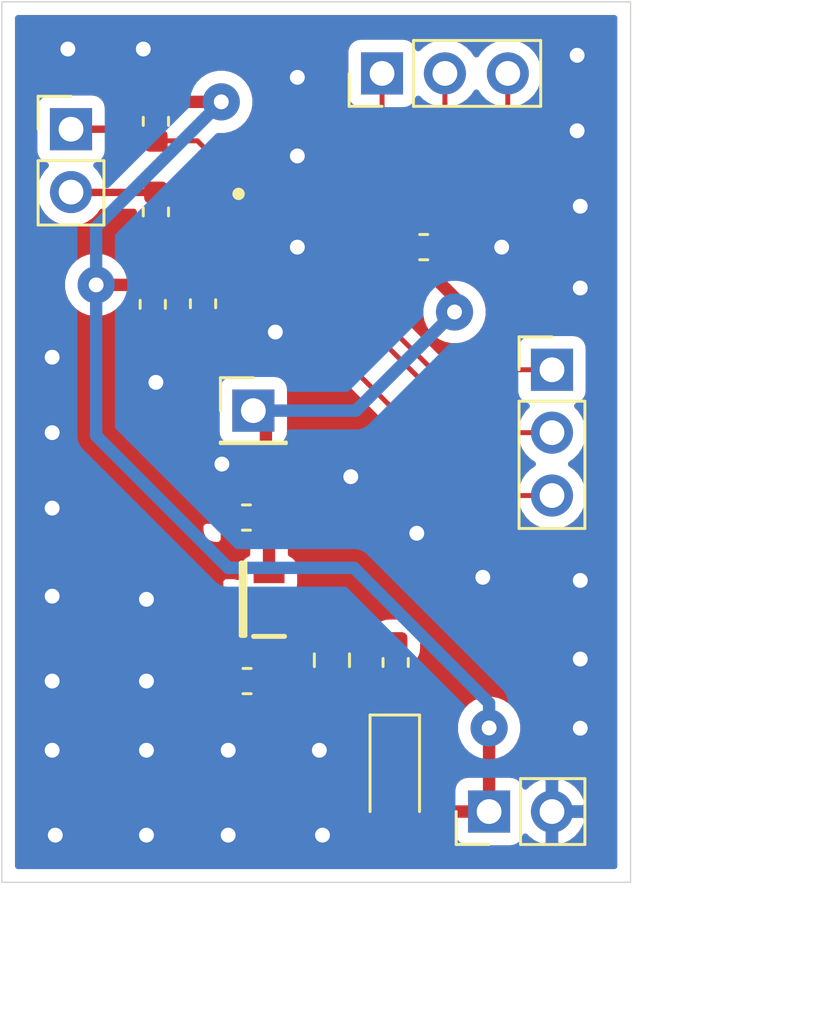
<source format=kicad_pcb>
(kicad_pcb (version 20171130) (host pcbnew 5.1.5+dfsg1-2build2)

  (general
    (thickness 1.6)
    (drawings 6)
    (tracks 134)
    (zones 0)
    (modules 17)
    (nets 16)
  )

  (page A4)
  (layers
    (0 F.Cu signal)
    (31 B.Cu signal)
    (32 B.Adhes user)
    (33 F.Adhes user)
    (34 B.Paste user)
    (35 F.Paste user)
    (36 B.SilkS user)
    (37 F.SilkS user)
    (38 B.Mask user)
    (39 F.Mask user)
    (40 Dwgs.User user)
    (41 Cmts.User user)
    (42 Eco1.User user)
    (43 Eco2.User user)
    (44 Edge.Cuts user)
    (45 Margin user)
    (46 B.CrtYd user)
    (47 F.CrtYd user)
    (48 B.Fab user hide)
    (49 F.Fab user hide)
  )

  (setup
    (last_trace_width 0.2)
    (user_trace_width 0.2)
    (user_trace_width 0.3)
    (user_trace_width 0.5)
    (user_trace_width 1)
    (trace_clearance 0.3)
    (zone_clearance 0.508)
    (zone_45_only no)
    (trace_min 0.2)
    (via_size 1.5)
    (via_drill 0.6)
    (via_min_size 0.4)
    (via_min_drill 0.3)
    (user_via 1 0.6)
    (user_via 1.5 0.6)
    (uvia_size 0.3)
    (uvia_drill 0.1)
    (uvias_allowed no)
    (uvia_min_size 0.2)
    (uvia_min_drill 0.1)
    (edge_width 0.05)
    (segment_width 0.2)
    (pcb_text_width 0.3)
    (pcb_text_size 1.5 1.5)
    (mod_edge_width 0.12)
    (mod_text_size 1 1)
    (mod_text_width 0.15)
    (pad_size 0.2 0.6)
    (pad_drill 0)
    (pad_to_mask_clearance 0.05)
    (aux_axis_origin 0 0)
    (visible_elements FFFFFF7F)
    (pcbplotparams
      (layerselection 0x010fc_ffffffff)
      (usegerberextensions false)
      (usegerberattributes false)
      (usegerberadvancedattributes false)
      (creategerberjobfile false)
      (excludeedgelayer true)
      (linewidth 0.100000)
      (plotframeref false)
      (viasonmask false)
      (mode 1)
      (useauxorigin false)
      (hpglpennumber 1)
      (hpglpenspeed 20)
      (hpglpendiameter 15.000000)
      (psnegative false)
      (psa4output false)
      (plotreference true)
      (plotvalue true)
      (plotinvisibletext false)
      (padsonsilk false)
      (subtractmaskfromsilk false)
      (outputformat 4)
      (mirror false)
      (drillshape 0)
      (scaleselection 1)
      (outputdirectory "/home/luan/Downloads/teste/"))
  )

  (net 0 "")
  (net 1 GND)
  (net 2 "Net-(C1-Pad1)")
  (net 3 VREF)
  (net 4 VCC)
  (net 5 "Net-(D1-Pad1)")
  (net 6 "Net-(F1-Pad2)")
  (net 7 SCL)
  (net 8 SDA)
  (net 9 "Net-(IC1-Pad5)")
  (net 10 A0)
  (net 11 C2)
  (net 12 C1)
  (net 13 WE)
  (net 14 RE)
  (net 15 CE)

  (net_class Default "This is the default net class."
    (clearance 0.3)
    (trace_width 0.2)
    (via_dia 1.5)
    (via_drill 0.6)
    (uvia_dia 0.3)
    (uvia_drill 0.1)
    (add_net A0)
    (add_net C1)
    (add_net C2)
    (add_net CE)
    (add_net GND)
    (add_net "Net-(C1-Pad1)")
    (add_net "Net-(D1-Pad1)")
    (add_net "Net-(F1-Pad2)")
    (add_net "Net-(IC1-Pad5)")
    (add_net RE)
    (add_net SCL)
    (add_net SDA)
    (add_net VCC)
    (add_net VREF)
    (add_net WE)
  )

  (module Connector_PinHeader_2.54mm:PinHeader_1x01_P2.54mm_Vertical (layer F.Cu) (tedit 59FED5CC) (tstamp 5F77EEE2)
    (at 50.8 45.72)
    (descr "Through hole straight pin header, 1x01, 2.54mm pitch, single row")
    (tags "Through hole pin header THT 1x01 2.54mm single row")
    (path /5F7876D0)
    (fp_text reference J5 (at 0 -2.33) (layer F.Fab)
      (effects (font (size 1 1) (thickness 0.15)))
    )
    (fp_text value Conn_01x01 (at 0 2.33) (layer F.Fab)
      (effects (font (size 1 1) (thickness 0.15)))
    )
    (fp_text user %R (at 0 0 90) (layer F.Fab)
      (effects (font (size 1 1) (thickness 0.15)))
    )
    (fp_line (start 1.8 -1.8) (end -1.8 -1.8) (layer F.CrtYd) (width 0.05))
    (fp_line (start 1.8 1.8) (end 1.8 -1.8) (layer F.CrtYd) (width 0.05))
    (fp_line (start -1.8 1.8) (end 1.8 1.8) (layer F.CrtYd) (width 0.05))
    (fp_line (start -1.8 -1.8) (end -1.8 1.8) (layer F.CrtYd) (width 0.05))
    (fp_line (start -1.33 -1.33) (end 0 -1.33) (layer F.SilkS) (width 0.12))
    (fp_line (start -1.33 0) (end -1.33 -1.33) (layer F.SilkS) (width 0.12))
    (fp_line (start -1.33 1.27) (end 1.33 1.27) (layer F.SilkS) (width 0.12))
    (fp_line (start 1.33 1.27) (end 1.33 1.33) (layer F.SilkS) (width 0.12))
    (fp_line (start -1.33 1.27) (end -1.33 1.33) (layer F.SilkS) (width 0.12))
    (fp_line (start -1.33 1.33) (end 1.33 1.33) (layer F.SilkS) (width 0.12))
    (fp_line (start -1.27 -0.635) (end -0.635 -1.27) (layer F.Fab) (width 0.1))
    (fp_line (start -1.27 1.27) (end -1.27 -0.635) (layer F.Fab) (width 0.1))
    (fp_line (start 1.27 1.27) (end -1.27 1.27) (layer F.Fab) (width 0.1))
    (fp_line (start 1.27 -1.27) (end 1.27 1.27) (layer F.Fab) (width 0.1))
    (fp_line (start -0.635 -1.27) (end 1.27 -1.27) (layer F.Fab) (width 0.1))
    (pad 1 thru_hole rect (at 0 0) (size 1.7 1.7) (drill 1) (layers *.Cu *.Mask)
      (net 3 VREF))
    (model ${KISYS3DMOD}/Connector_PinHeader_2.54mm.3dshapes/PinHeader_1x01_P2.54mm_Vertical.wrl
      (at (xyz 0 0 0))
      (scale (xyz 1 1 1))
      (rotate (xyz 0 0 0))
    )
  )

  (module Capacitor_SMD:C_0603_1608Metric (layer F.Cu) (tedit 5B301BBE) (tstamp 5F77C541)
    (at 46.736 41.4275 270)
    (descr "Capacitor SMD 0603 (1608 Metric), square (rectangular) end terminal, IPC_7351 nominal, (Body size source: http://www.tortai-tech.com/upload/download/2011102023233369053.pdf), generated with kicad-footprint-generator")
    (tags capacitor)
    (path /5F509ADC)
    (attr smd)
    (fp_text reference C5 (at 0 -1.43 90) (layer F.Fab)
      (effects (font (size 1 1) (thickness 0.15)))
    )
    (fp_text value 0.1uF (at 0 1.43 90) (layer F.Fab)
      (effects (font (size 1 1) (thickness 0.15)))
    )
    (fp_text user %R (at 0 0 90) (layer F.Fab)
      (effects (font (size 0.4 0.4) (thickness 0.06)))
    )
    (fp_line (start 1.48 0.73) (end -1.48 0.73) (layer F.CrtYd) (width 0.05))
    (fp_line (start 1.48 -0.73) (end 1.48 0.73) (layer F.CrtYd) (width 0.05))
    (fp_line (start -1.48 -0.73) (end 1.48 -0.73) (layer F.CrtYd) (width 0.05))
    (fp_line (start -1.48 0.73) (end -1.48 -0.73) (layer F.CrtYd) (width 0.05))
    (fp_line (start -0.162779 0.51) (end 0.162779 0.51) (layer F.SilkS) (width 0.12))
    (fp_line (start -0.162779 -0.51) (end 0.162779 -0.51) (layer F.SilkS) (width 0.12))
    (fp_line (start 0.8 0.4) (end -0.8 0.4) (layer F.Fab) (width 0.1))
    (fp_line (start 0.8 -0.4) (end 0.8 0.4) (layer F.Fab) (width 0.1))
    (fp_line (start -0.8 -0.4) (end 0.8 -0.4) (layer F.Fab) (width 0.1))
    (fp_line (start -0.8 0.4) (end -0.8 -0.4) (layer F.Fab) (width 0.1))
    (pad 2 smd roundrect (at 0.7875 0 270) (size 0.875 0.95) (layers F.Cu F.Paste F.Mask) (roundrect_rratio 0.25)
      (net 1 GND))
    (pad 1 smd roundrect (at -0.7875 0 270) (size 0.875 0.95) (layers F.Cu F.Paste F.Mask) (roundrect_rratio 0.25)
      (net 4 VCC))
    (model ${KISYS3DMOD}/Capacitor_SMD.3dshapes/C_0603_1608Metric.wrl
      (at (xyz 0 0 0))
      (scale (xyz 1 1 1))
      (rotate (xyz 0 0 0))
    )
  )

  (module Capacitor_SMD:C_0603_1608Metric (layer F.Cu) (tedit 5B301BBE) (tstamp 5F77C530)
    (at 48.768 41.402 270)
    (descr "Capacitor SMD 0603 (1608 Metric), square (rectangular) end terminal, IPC_7351 nominal, (Body size source: http://www.tortai-tech.com/upload/download/2011102023233369053.pdf), generated with kicad-footprint-generator")
    (tags capacitor)
    (path /5F778214)
    (attr smd)
    (fp_text reference C4 (at 0 -1.43 90) (layer F.Fab)
      (effects (font (size 1 1) (thickness 0.15)))
    )
    (fp_text value "2.2 uF" (at 0 1.43 90) (layer F.Fab)
      (effects (font (size 1 1) (thickness 0.15)))
    )
    (fp_text user %R (at 0 0 90) (layer F.Fab)
      (effects (font (size 0.4 0.4) (thickness 0.06)))
    )
    (fp_line (start 1.48 0.73) (end -1.48 0.73) (layer F.CrtYd) (width 0.05))
    (fp_line (start 1.48 -0.73) (end 1.48 0.73) (layer F.CrtYd) (width 0.05))
    (fp_line (start -1.48 -0.73) (end 1.48 -0.73) (layer F.CrtYd) (width 0.05))
    (fp_line (start -1.48 0.73) (end -1.48 -0.73) (layer F.CrtYd) (width 0.05))
    (fp_line (start -0.162779 0.51) (end 0.162779 0.51) (layer F.SilkS) (width 0.12))
    (fp_line (start -0.162779 -0.51) (end 0.162779 -0.51) (layer F.SilkS) (width 0.12))
    (fp_line (start 0.8 0.4) (end -0.8 0.4) (layer F.Fab) (width 0.1))
    (fp_line (start 0.8 -0.4) (end 0.8 0.4) (layer F.Fab) (width 0.1))
    (fp_line (start -0.8 -0.4) (end 0.8 -0.4) (layer F.Fab) (width 0.1))
    (fp_line (start -0.8 0.4) (end -0.8 -0.4) (layer F.Fab) (width 0.1))
    (pad 2 smd roundrect (at 0.7875 0 270) (size 0.875 0.95) (layers F.Cu F.Paste F.Mask) (roundrect_rratio 0.25)
      (net 1 GND))
    (pad 1 smd roundrect (at -0.7875 0 270) (size 0.875 0.95) (layers F.Cu F.Paste F.Mask) (roundrect_rratio 0.25)
      (net 4 VCC))
    (model ${KISYS3DMOD}/Capacitor_SMD.3dshapes/C_0603_1608Metric.wrl
      (at (xyz 0 0 0))
      (scale (xyz 1 1 1))
      (rotate (xyz 0 0 0))
    )
  )

  (module Capacitor_SMD:C_0603_1608Metric (layer F.Cu) (tedit 5B301BBE) (tstamp 5F77C51F)
    (at 57.6835 39.116)
    (descr "Capacitor SMD 0603 (1608 Metric), square (rectangular) end terminal, IPC_7351 nominal, (Body size source: http://www.tortai-tech.com/upload/download/2011102023233369053.pdf), generated with kicad-footprint-generator")
    (tags capacitor)
    (path /5F50DE06)
    (attr smd)
    (fp_text reference C3 (at 0 -1.43) (layer F.Fab)
      (effects (font (size 1 1) (thickness 0.15)))
    )
    (fp_text value 1uF (at 0 1.43) (layer F.Fab)
      (effects (font (size 1 1) (thickness 0.15)))
    )
    (fp_text user %R (at 0 0) (layer F.Fab)
      (effects (font (size 0.4 0.4) (thickness 0.06)))
    )
    (fp_line (start 1.48 0.73) (end -1.48 0.73) (layer F.CrtYd) (width 0.05))
    (fp_line (start 1.48 -0.73) (end 1.48 0.73) (layer F.CrtYd) (width 0.05))
    (fp_line (start -1.48 -0.73) (end 1.48 -0.73) (layer F.CrtYd) (width 0.05))
    (fp_line (start -1.48 0.73) (end -1.48 -0.73) (layer F.CrtYd) (width 0.05))
    (fp_line (start -0.162779 0.51) (end 0.162779 0.51) (layer F.SilkS) (width 0.12))
    (fp_line (start -0.162779 -0.51) (end 0.162779 -0.51) (layer F.SilkS) (width 0.12))
    (fp_line (start 0.8 0.4) (end -0.8 0.4) (layer F.Fab) (width 0.1))
    (fp_line (start 0.8 -0.4) (end 0.8 0.4) (layer F.Fab) (width 0.1))
    (fp_line (start -0.8 -0.4) (end 0.8 -0.4) (layer F.Fab) (width 0.1))
    (fp_line (start -0.8 0.4) (end -0.8 -0.4) (layer F.Fab) (width 0.1))
    (pad 2 smd roundrect (at 0.7875 0) (size 0.875 0.95) (layers F.Cu F.Paste F.Mask) (roundrect_rratio 0.25)
      (net 1 GND))
    (pad 1 smd roundrect (at -0.7875 0) (size 0.875 0.95) (layers F.Cu F.Paste F.Mask) (roundrect_rratio 0.25)
      (net 3 VREF))
    (model ${KISYS3DMOD}/Capacitor_SMD.3dshapes/C_0603_1608Metric.wrl
      (at (xyz 0 0 0))
      (scale (xyz 1 1 1))
      (rotate (xyz 0 0 0))
    )
  )

  (module Capacitor_SMD:C_0603_1608Metric (layer F.Cu) (tedit 5B301BBE) (tstamp 5F77C50E)
    (at 50.5205 50.038 180)
    (descr "Capacitor SMD 0603 (1608 Metric), square (rectangular) end terminal, IPC_7351 nominal, (Body size source: http://www.tortai-tech.com/upload/download/2011102023233369053.pdf), generated with kicad-footprint-generator")
    (tags capacitor)
    (path /5F6369D5)
    (attr smd)
    (fp_text reference C2 (at 0 -1.43) (layer F.Fab)
      (effects (font (size 1 1) (thickness 0.15)))
    )
    (fp_text value 0.1uF (at 0 1.43) (layer F.Fab)
      (effects (font (size 1 1) (thickness 0.15)))
    )
    (fp_text user %R (at 0 0) (layer F.Fab)
      (effects (font (size 0.4 0.4) (thickness 0.06)))
    )
    (fp_line (start 1.48 0.73) (end -1.48 0.73) (layer F.CrtYd) (width 0.05))
    (fp_line (start 1.48 -0.73) (end 1.48 0.73) (layer F.CrtYd) (width 0.05))
    (fp_line (start -1.48 -0.73) (end 1.48 -0.73) (layer F.CrtYd) (width 0.05))
    (fp_line (start -1.48 0.73) (end -1.48 -0.73) (layer F.CrtYd) (width 0.05))
    (fp_line (start -0.162779 0.51) (end 0.162779 0.51) (layer F.SilkS) (width 0.12))
    (fp_line (start -0.162779 -0.51) (end 0.162779 -0.51) (layer F.SilkS) (width 0.12))
    (fp_line (start 0.8 0.4) (end -0.8 0.4) (layer F.Fab) (width 0.1))
    (fp_line (start 0.8 -0.4) (end 0.8 0.4) (layer F.Fab) (width 0.1))
    (fp_line (start -0.8 -0.4) (end 0.8 -0.4) (layer F.Fab) (width 0.1))
    (fp_line (start -0.8 0.4) (end -0.8 -0.4) (layer F.Fab) (width 0.1))
    (pad 2 smd roundrect (at 0.7875 0 180) (size 0.875 0.95) (layers F.Cu F.Paste F.Mask) (roundrect_rratio 0.25)
      (net 1 GND))
    (pad 1 smd roundrect (at -0.7875 0 180) (size 0.875 0.95) (layers F.Cu F.Paste F.Mask) (roundrect_rratio 0.25)
      (net 3 VREF))
    (model ${KISYS3DMOD}/Capacitor_SMD.3dshapes/C_0603_1608Metric.wrl
      (at (xyz 0 0 0))
      (scale (xyz 1 1 1))
      (rotate (xyz 0 0 0))
    )
  )

  (module Capacitor_SMD:C_0603_1608Metric (layer F.Cu) (tedit 5B301BBE) (tstamp 5F77C4FD)
    (at 50.546 56.642 180)
    (descr "Capacitor SMD 0603 (1608 Metric), square (rectangular) end terminal, IPC_7351 nominal, (Body size source: http://www.tortai-tech.com/upload/download/2011102023233369053.pdf), generated with kicad-footprint-generator")
    (tags capacitor)
    (path /5F741CC3)
    (attr smd)
    (fp_text reference C1 (at 0 -1.43) (layer F.Fab)
      (effects (font (size 1 1) (thickness 0.15)))
    )
    (fp_text value "0.47 uF" (at 0 1.43) (layer F.Fab)
      (effects (font (size 1 1) (thickness 0.15)))
    )
    (fp_text user %R (at 0 0) (layer F.Fab)
      (effects (font (size 0.4 0.4) (thickness 0.06)))
    )
    (fp_line (start 1.48 0.73) (end -1.48 0.73) (layer F.CrtYd) (width 0.05))
    (fp_line (start 1.48 -0.73) (end 1.48 0.73) (layer F.CrtYd) (width 0.05))
    (fp_line (start -1.48 -0.73) (end 1.48 -0.73) (layer F.CrtYd) (width 0.05))
    (fp_line (start -1.48 0.73) (end -1.48 -0.73) (layer F.CrtYd) (width 0.05))
    (fp_line (start -0.162779 0.51) (end 0.162779 0.51) (layer F.SilkS) (width 0.12))
    (fp_line (start -0.162779 -0.51) (end 0.162779 -0.51) (layer F.SilkS) (width 0.12))
    (fp_line (start 0.8 0.4) (end -0.8 0.4) (layer F.Fab) (width 0.1))
    (fp_line (start 0.8 -0.4) (end 0.8 0.4) (layer F.Fab) (width 0.1))
    (fp_line (start -0.8 -0.4) (end 0.8 -0.4) (layer F.Fab) (width 0.1))
    (fp_line (start -0.8 0.4) (end -0.8 -0.4) (layer F.Fab) (width 0.1))
    (pad 2 smd roundrect (at 0.7875 0 180) (size 0.875 0.95) (layers F.Cu F.Paste F.Mask) (roundrect_rratio 0.25)
      (net 1 GND))
    (pad 1 smd roundrect (at -0.7875 0 180) (size 0.875 0.95) (layers F.Cu F.Paste F.Mask) (roundrect_rratio 0.25)
      (net 2 "Net-(C1-Pad1)"))
    (model ${KISYS3DMOD}/Capacitor_SMD.3dshapes/C_0603_1608Metric.wrl
      (at (xyz 0 0 0))
      (scale (xyz 1 1 1))
      (rotate (xyz 0 0 0))
    )
  )

  (module Connector_PinHeader_2.54mm:PinHeader_1x03_P2.54mm_Vertical (layer F.Cu) (tedit 59FED5CC) (tstamp 5F72E41A)
    (at 62.865 44.069)
    (descr "Through hole straight pin header, 1x03, 2.54mm pitch, single row")
    (tags "Through hole pin header THT 1x03 2.54mm single row")
    (path /5F817743)
    (fp_text reference J4 (at 0 -2.33) (layer F.Fab)
      (effects (font (size 1 1) (thickness 0.15)))
    )
    (fp_text value Conn_01x03 (at 0 7.41) (layer F.Fab)
      (effects (font (size 1 1) (thickness 0.15)))
    )
    (fp_text user %R (at 0 2.54 90) (layer F.Fab)
      (effects (font (size 1 1) (thickness 0.15)))
    )
    (fp_line (start 1.8 -1.8) (end -1.8 -1.8) (layer F.CrtYd) (width 0.05))
    (fp_line (start 1.8 6.85) (end 1.8 -1.8) (layer F.CrtYd) (width 0.05))
    (fp_line (start -1.8 6.85) (end 1.8 6.85) (layer F.CrtYd) (width 0.05))
    (fp_line (start -1.8 -1.8) (end -1.8 6.85) (layer F.CrtYd) (width 0.05))
    (fp_line (start -1.33 -1.33) (end 0 -1.33) (layer F.SilkS) (width 0.12))
    (fp_line (start -1.33 0) (end -1.33 -1.33) (layer F.SilkS) (width 0.12))
    (fp_line (start -1.33 1.27) (end 1.33 1.27) (layer F.SilkS) (width 0.12))
    (fp_line (start 1.33 1.27) (end 1.33 6.41) (layer F.SilkS) (width 0.12))
    (fp_line (start -1.33 1.27) (end -1.33 6.41) (layer F.SilkS) (width 0.12))
    (fp_line (start -1.33 6.41) (end 1.33 6.41) (layer F.SilkS) (width 0.12))
    (fp_line (start -1.27 -0.635) (end -0.635 -1.27) (layer F.Fab) (width 0.1))
    (fp_line (start -1.27 6.35) (end -1.27 -0.635) (layer F.Fab) (width 0.1))
    (fp_line (start 1.27 6.35) (end -1.27 6.35) (layer F.Fab) (width 0.1))
    (fp_line (start 1.27 -1.27) (end 1.27 6.35) (layer F.Fab) (width 0.1))
    (fp_line (start -0.635 -1.27) (end 1.27 -1.27) (layer F.Fab) (width 0.1))
    (pad 3 thru_hole oval (at 0 5.08) (size 1.7 1.7) (drill 1) (layers *.Cu *.Mask)
      (net 10 A0))
    (pad 2 thru_hole oval (at 0 2.54) (size 1.7 1.7) (drill 1) (layers *.Cu *.Mask)
      (net 11 C2))
    (pad 1 thru_hole rect (at 0 0) (size 1.7 1.7) (drill 1) (layers *.Cu *.Mask)
      (net 12 C1))
    (model ${KISYS3DMOD}/Connector_PinHeader_2.54mm.3dshapes/PinHeader_1x03_P2.54mm_Vertical.wrl
      (at (xyz 0 0 0))
      (scale (xyz 1 1 1))
      (rotate (xyz 0 0 0))
    )
  )

  (module Connector_PinHeader_2.54mm:PinHeader_1x02_P2.54mm_Vertical (layer F.Cu) (tedit 59FED5CC) (tstamp 5F72E3D7)
    (at 43.434 34.3535)
    (descr "Through hole straight pin header, 1x02, 2.54mm pitch, single row")
    (tags "Through hole pin header THT 1x02 2.54mm single row")
    (path /5F817DBE)
    (fp_text reference J2 (at 0 -2.33) (layer F.Fab)
      (effects (font (size 1 1) (thickness 0.15)))
    )
    (fp_text value Conn_01x02 (at 0 4.87) (layer F.Fab)
      (effects (font (size 1 1) (thickness 0.15)))
    )
    (fp_text user %R (at 0 1.27 90) (layer F.Fab)
      (effects (font (size 1 1) (thickness 0.15)))
    )
    (fp_line (start 1.8 -1.8) (end -1.8 -1.8) (layer F.CrtYd) (width 0.05))
    (fp_line (start 1.8 4.35) (end 1.8 -1.8) (layer F.CrtYd) (width 0.05))
    (fp_line (start -1.8 4.35) (end 1.8 4.35) (layer F.CrtYd) (width 0.05))
    (fp_line (start -1.8 -1.8) (end -1.8 4.35) (layer F.CrtYd) (width 0.05))
    (fp_line (start -1.33 -1.33) (end 0 -1.33) (layer F.SilkS) (width 0.12))
    (fp_line (start -1.33 0) (end -1.33 -1.33) (layer F.SilkS) (width 0.12))
    (fp_line (start -1.33 1.27) (end 1.33 1.27) (layer F.SilkS) (width 0.12))
    (fp_line (start 1.33 1.27) (end 1.33 3.87) (layer F.SilkS) (width 0.12))
    (fp_line (start -1.33 1.27) (end -1.33 3.87) (layer F.SilkS) (width 0.12))
    (fp_line (start -1.33 3.87) (end 1.33 3.87) (layer F.SilkS) (width 0.12))
    (fp_line (start -1.27 -0.635) (end -0.635 -1.27) (layer F.Fab) (width 0.1))
    (fp_line (start -1.27 3.81) (end -1.27 -0.635) (layer F.Fab) (width 0.1))
    (fp_line (start 1.27 3.81) (end -1.27 3.81) (layer F.Fab) (width 0.1))
    (fp_line (start 1.27 -1.27) (end 1.27 3.81) (layer F.Fab) (width 0.1))
    (fp_line (start -0.635 -1.27) (end 1.27 -1.27) (layer F.Fab) (width 0.1))
    (pad 2 thru_hole oval (at 0 2.54) (size 1.7 1.7) (drill 1) (layers *.Cu *.Mask)
      (net 8 SDA))
    (pad 1 thru_hole rect (at 0 0) (size 1.7 1.7) (drill 1) (layers *.Cu *.Mask)
      (net 7 SCL))
    (model ${KISYS3DMOD}/Connector_PinHeader_2.54mm.3dshapes/PinHeader_1x02_P2.54mm_Vertical.wrl
      (at (xyz 0 0 0))
      (scale (xyz 1 1 1))
      (rotate (xyz 0 0 0))
    )
  )

  (module sot23-3:SOT95P237X112-3N (layer F.Cu) (tedit 0) (tstamp 5F72D1FD)
    (at 50.385 53.3375 180)
    (descr "DBZ (R-PDSO-G3)")
    (tags "Integrated Circuit")
    (path /5F72D7DC)
    (attr smd)
    (fp_text reference U1 (at 4.03 0) (layer F.Fab)
      (effects (font (size 1.27 1.27) (thickness 0.254)))
    )
    (fp_text value REF3020 (at 0 0) (layer F.SilkS) hide
      (effects (font (size 1.27 1.27) (thickness 0.254)))
    )
    (fp_text user %R (at 0 0) (layer F.Fab)
      (effects (font (size 1.27 1.27) (thickness 0.254)))
    )
    (fp_line (start -1.925 -1.77) (end 1.925 -1.77) (layer F.CrtYd) (width 0.05))
    (fp_line (start 1.925 -1.77) (end 1.925 1.77) (layer F.CrtYd) (width 0.05))
    (fp_line (start 1.925 1.77) (end -1.925 1.77) (layer F.CrtYd) (width 0.05))
    (fp_line (start -1.925 1.77) (end -1.925 -1.77) (layer F.CrtYd) (width 0.05))
    (fp_line (start -0.65 -1.46) (end 0.65 -1.46) (layer F.Fab) (width 0.1))
    (fp_line (start 0.65 -1.46) (end 0.65 1.46) (layer F.Fab) (width 0.1))
    (fp_line (start 0.65 1.46) (end -0.65 1.46) (layer F.Fab) (width 0.1))
    (fp_line (start -0.65 1.46) (end -0.65 -1.46) (layer F.Fab) (width 0.1))
    (fp_line (start -0.65 -0.51) (end 0.3 -1.46) (layer F.Fab) (width 0.1))
    (fp_line (start -0.075 -1.46) (end 0.075 -1.46) (layer F.SilkS) (width 0.2))
    (fp_line (start 0.075 -1.46) (end 0.075 1.46) (layer F.SilkS) (width 0.2))
    (fp_line (start 0.075 1.46) (end -0.075 1.46) (layer F.SilkS) (width 0.2))
    (fp_line (start -0.075 1.46) (end -0.075 -1.46) (layer F.SilkS) (width 0.2))
    (fp_line (start -1.675 -1.5) (end -0.425 -1.5) (layer F.SilkS) (width 0.2))
    (pad 1 smd rect (at -1.05 -0.95 270) (size 0.6 1.25) (layers F.Cu F.Paste F.Mask)
      (net 2 "Net-(C1-Pad1)"))
    (pad 2 smd rect (at -1.05 0.95 270) (size 0.6 1.25) (layers F.Cu F.Paste F.Mask)
      (net 3 VREF))
    (pad 3 smd rect (at 1.05 0 270) (size 0.6 1.25) (layers F.Cu F.Paste F.Mask)
      (net 1 GND))
    (model REF3020AIDBZT.stp
      (at (xyz 0 0 0))
      (scale (xyz 1 1 1))
      (rotate (xyz 0 0 0))
    )
  )

  (module Resistor_SMD:R_0603_1608Metric (layer F.Cu) (tedit 5B301BBD) (tstamp 5F72D1E7)
    (at 46.863 37.6935 90)
    (descr "Resistor SMD 0603 (1608 Metric), square (rectangular) end terminal, IPC_7351 nominal, (Body size source: http://www.tortai-tech.com/upload/download/2011102023233369053.pdf), generated with kicad-footprint-generator")
    (tags resistor)
    (path /5F514F66)
    (attr smd)
    (fp_text reference R3 (at 0 -1.43 90) (layer F.Fab)
      (effects (font (size 1 1) (thickness 0.15)))
    )
    (fp_text value 2k2 (at 0 1.43 90) (layer F.Fab)
      (effects (font (size 1 1) (thickness 0.15)))
    )
    (fp_text user %R (at 0 0 90) (layer F.Fab)
      (effects (font (size 0.4 0.4) (thickness 0.06)))
    )
    (fp_line (start 1.48 0.73) (end -1.48 0.73) (layer F.CrtYd) (width 0.05))
    (fp_line (start 1.48 -0.73) (end 1.48 0.73) (layer F.CrtYd) (width 0.05))
    (fp_line (start -1.48 -0.73) (end 1.48 -0.73) (layer F.CrtYd) (width 0.05))
    (fp_line (start -1.48 0.73) (end -1.48 -0.73) (layer F.CrtYd) (width 0.05))
    (fp_line (start -0.162779 0.51) (end 0.162779 0.51) (layer F.SilkS) (width 0.12))
    (fp_line (start -0.162779 -0.51) (end 0.162779 -0.51) (layer F.SilkS) (width 0.12))
    (fp_line (start 0.8 0.4) (end -0.8 0.4) (layer F.Fab) (width 0.1))
    (fp_line (start 0.8 -0.4) (end 0.8 0.4) (layer F.Fab) (width 0.1))
    (fp_line (start -0.8 -0.4) (end 0.8 -0.4) (layer F.Fab) (width 0.1))
    (fp_line (start -0.8 0.4) (end -0.8 -0.4) (layer F.Fab) (width 0.1))
    (pad 2 smd roundrect (at 0.7875 0 90) (size 0.875 0.95) (layers F.Cu F.Paste F.Mask) (roundrect_rratio 0.25)
      (net 8 SDA))
    (pad 1 smd roundrect (at -0.7875 0 90) (size 0.875 0.95) (layers F.Cu F.Paste F.Mask) (roundrect_rratio 0.25)
      (net 4 VCC))
    (model ${KISYS3DMOD}/Resistor_SMD.3dshapes/R_0603_1608Metric.wrl
      (at (xyz 0 0 0))
      (scale (xyz 1 1 1))
      (rotate (xyz 0 0 0))
    )
  )

  (module Resistor_SMD:R_0603_1608Metric (layer F.Cu) (tedit 5B301BBD) (tstamp 5F72D1D6)
    (at 46.863 34.036 270)
    (descr "Resistor SMD 0603 (1608 Metric), square (rectangular) end terminal, IPC_7351 nominal, (Body size source: http://www.tortai-tech.com/upload/download/2011102023233369053.pdf), generated with kicad-footprint-generator")
    (tags resistor)
    (path /5F514C52)
    (attr smd)
    (fp_text reference R2 (at 0 -1.43 90) (layer F.Fab)
      (effects (font (size 1 1) (thickness 0.15)))
    )
    (fp_text value 2k2 (at 0 1.43 90) (layer F.Fab)
      (effects (font (size 1 1) (thickness 0.15)))
    )
    (fp_text user %R (at 0 0 90) (layer F.Fab)
      (effects (font (size 0.4 0.4) (thickness 0.06)))
    )
    (fp_line (start 1.48 0.73) (end -1.48 0.73) (layer F.CrtYd) (width 0.05))
    (fp_line (start 1.48 -0.73) (end 1.48 0.73) (layer F.CrtYd) (width 0.05))
    (fp_line (start -1.48 -0.73) (end 1.48 -0.73) (layer F.CrtYd) (width 0.05))
    (fp_line (start -1.48 0.73) (end -1.48 -0.73) (layer F.CrtYd) (width 0.05))
    (fp_line (start -0.162779 0.51) (end 0.162779 0.51) (layer F.SilkS) (width 0.12))
    (fp_line (start -0.162779 -0.51) (end 0.162779 -0.51) (layer F.SilkS) (width 0.12))
    (fp_line (start 0.8 0.4) (end -0.8 0.4) (layer F.Fab) (width 0.1))
    (fp_line (start 0.8 -0.4) (end 0.8 0.4) (layer F.Fab) (width 0.1))
    (fp_line (start -0.8 -0.4) (end 0.8 -0.4) (layer F.Fab) (width 0.1))
    (fp_line (start -0.8 0.4) (end -0.8 -0.4) (layer F.Fab) (width 0.1))
    (pad 2 smd roundrect (at 0.7875 0 270) (size 0.875 0.95) (layers F.Cu F.Paste F.Mask) (roundrect_rratio 0.25)
      (net 7 SCL))
    (pad 1 smd roundrect (at -0.7875 0 270) (size 0.875 0.95) (layers F.Cu F.Paste F.Mask) (roundrect_rratio 0.25)
      (net 4 VCC))
    (model ${KISYS3DMOD}/Resistor_SMD.3dshapes/R_0603_1608Metric.wrl
      (at (xyz 0 0 0))
      (scale (xyz 1 1 1))
      (rotate (xyz 0 0 0))
    )
  )

  (module Connector_PinHeader_2.54mm:PinHeader_1x03_P2.54mm_Vertical (layer F.Cu) (tedit 59FED5CC) (tstamp 5F72D1B6)
    (at 56 32.1 90)
    (descr "Through hole straight pin header, 1x03, 2.54mm pitch, single row")
    (tags "Through hole pin header THT 1x03 2.54mm single row")
    (path /5F78F6EA)
    (fp_text reference J3 (at 0 -2.33 90) (layer F.Fab)
      (effects (font (size 1 1) (thickness 0.15)))
    )
    (fp_text value Conn_01x03 (at 0 7.41 90) (layer F.Fab)
      (effects (font (size 1 1) (thickness 0.15)))
    )
    (fp_text user %R (at 0 2.54) (layer F.Fab)
      (effects (font (size 1 1) (thickness 0.15)))
    )
    (fp_line (start 1.8 -1.8) (end -1.8 -1.8) (layer F.CrtYd) (width 0.05))
    (fp_line (start 1.8 6.85) (end 1.8 -1.8) (layer F.CrtYd) (width 0.05))
    (fp_line (start -1.8 6.85) (end 1.8 6.85) (layer F.CrtYd) (width 0.05))
    (fp_line (start -1.8 -1.8) (end -1.8 6.85) (layer F.CrtYd) (width 0.05))
    (fp_line (start -1.33 -1.33) (end 0 -1.33) (layer F.SilkS) (width 0.12))
    (fp_line (start -1.33 0) (end -1.33 -1.33) (layer F.SilkS) (width 0.12))
    (fp_line (start -1.33 1.27) (end 1.33 1.27) (layer F.SilkS) (width 0.12))
    (fp_line (start 1.33 1.27) (end 1.33 6.41) (layer F.SilkS) (width 0.12))
    (fp_line (start -1.33 1.27) (end -1.33 6.41) (layer F.SilkS) (width 0.12))
    (fp_line (start -1.33 6.41) (end 1.33 6.41) (layer F.SilkS) (width 0.12))
    (fp_line (start -1.27 -0.635) (end -0.635 -1.27) (layer F.Fab) (width 0.1))
    (fp_line (start -1.27 6.35) (end -1.27 -0.635) (layer F.Fab) (width 0.1))
    (fp_line (start 1.27 6.35) (end -1.27 6.35) (layer F.Fab) (width 0.1))
    (fp_line (start 1.27 -1.27) (end 1.27 6.35) (layer F.Fab) (width 0.1))
    (fp_line (start -0.635 -1.27) (end 1.27 -1.27) (layer F.Fab) (width 0.1))
    (pad 3 thru_hole oval (at 0 5.08 90) (size 1.7 1.7) (drill 1) (layers *.Cu *.Mask)
      (net 13 WE))
    (pad 2 thru_hole oval (at 0 2.54 90) (size 1.7 1.7) (drill 1) (layers *.Cu *.Mask)
      (net 14 RE))
    (pad 1 thru_hole rect (at 0 0 90) (size 1.7 1.7) (drill 1) (layers *.Cu *.Mask)
      (net 15 CE))
    (model ${KISYS3DMOD}/Connector_PinHeader_2.54mm.3dshapes/PinHeader_1x03_P2.54mm_Vertical.wrl
      (at (xyz 0 0 0))
      (scale (xyz 1 1 1))
      (rotate (xyz 0 0 0))
    )
  )

  (module Connector_PinHeader_2.54mm:PinHeader_1x02_P2.54mm_Vertical (layer F.Cu) (tedit 59FED5CC) (tstamp 5F72D186)
    (at 60.325 61.9125 90)
    (descr "Through hole straight pin header, 1x02, 2.54mm pitch, single row")
    (tags "Through hole pin header THT 1x02 2.54mm single row")
    (path /5F790F20)
    (fp_text reference J1 (at 0 -2.33 90) (layer F.Fab)
      (effects (font (size 1 1) (thickness 0.15)))
    )
    (fp_text value Conn_01x02 (at 0 4.87 90) (layer F.Fab)
      (effects (font (size 1 1) (thickness 0.15)))
    )
    (fp_text user %R (at 0 1.27) (layer F.Fab)
      (effects (font (size 1 1) (thickness 0.15)))
    )
    (fp_line (start 1.8 -1.8) (end -1.8 -1.8) (layer F.CrtYd) (width 0.05))
    (fp_line (start 1.8 4.35) (end 1.8 -1.8) (layer F.CrtYd) (width 0.05))
    (fp_line (start -1.8 4.35) (end 1.8 4.35) (layer F.CrtYd) (width 0.05))
    (fp_line (start -1.8 -1.8) (end -1.8 4.35) (layer F.CrtYd) (width 0.05))
    (fp_line (start -1.33 -1.33) (end 0 -1.33) (layer F.SilkS) (width 0.12))
    (fp_line (start -1.33 0) (end -1.33 -1.33) (layer F.SilkS) (width 0.12))
    (fp_line (start -1.33 1.27) (end 1.33 1.27) (layer F.SilkS) (width 0.12))
    (fp_line (start 1.33 1.27) (end 1.33 3.87) (layer F.SilkS) (width 0.12))
    (fp_line (start -1.33 1.27) (end -1.33 3.87) (layer F.SilkS) (width 0.12))
    (fp_line (start -1.33 3.87) (end 1.33 3.87) (layer F.SilkS) (width 0.12))
    (fp_line (start -1.27 -0.635) (end -0.635 -1.27) (layer F.Fab) (width 0.1))
    (fp_line (start -1.27 3.81) (end -1.27 -0.635) (layer F.Fab) (width 0.1))
    (fp_line (start 1.27 3.81) (end -1.27 3.81) (layer F.Fab) (width 0.1))
    (fp_line (start 1.27 -1.27) (end 1.27 3.81) (layer F.Fab) (width 0.1))
    (fp_line (start -0.635 -1.27) (end 1.27 -1.27) (layer F.Fab) (width 0.1))
    (pad 2 thru_hole oval (at 0 2.54 90) (size 1.7 1.7) (drill 1) (layers *.Cu *.Mask)
      (net 1 GND))
    (pad 1 thru_hole rect (at 0 0 90) (size 1.7 1.7) (drill 1) (layers *.Cu *.Mask)
      (net 4 VCC))
    (model ${KISYS3DMOD}/Connector_PinHeader_2.54mm.3dshapes/PinHeader_1x02_P2.54mm_Vertical.wrl
      (at (xyz 0 0 0))
      (scale (xyz 1 1 1))
      (rotate (xyz 0 0 0))
    )
  )

  (module Package_WSON:LMP91000SDX_NOPB (layer F.Cu) (tedit 5F749A99) (tstamp 5F72D170)
    (at 52.578 39.116)
    (descr NHL0014B)
    (tags "Integrated Circuit")
    (path /5F4E7CEA)
    (attr smd)
    (fp_text reference IC1 (at 0.0635 -3.3655) (layer F.Fab)
      (effects (font (size 1.27 1.27) (thickness 0.254)))
    )
    (fp_text value LMP91000SD_NOPB (at 0 0) (layer F.SilkS) hide
      (effects (font (size 1.27 1.27) (thickness 0.254)))
    )
    (fp_circle (center -2.375 -2.15) (end -2.375 -2.025) (layer F.SilkS) (width 0.25))
    (fp_line (start -2 -1) (end -1 -2) (layer F.Fab) (width 0.1))
    (fp_line (start -2 2) (end -2 -2) (layer F.Fab) (width 0.1))
    (fp_line (start 2 2) (end -2 2) (layer F.Fab) (width 0.1))
    (fp_line (start 2 -2) (end 2 2) (layer F.Fab) (width 0.1))
    (fp_line (start -2 -2) (end 2 -2) (layer F.Fab) (width 0.1))
    (fp_line (start -2.625 2.3) (end -2.625 -2.3) (layer F.CrtYd) (width 0.05))
    (fp_line (start 2.625 2.3) (end -2.625 2.3) (layer F.CrtYd) (width 0.05))
    (fp_line (start 2.625 -2.3) (end 2.625 2.3) (layer F.CrtYd) (width 0.05))
    (fp_line (start -2.625 -2.3) (end 2.625 -2.3) (layer F.CrtYd) (width 0.05))
    (fp_text user %R (at 0 0) (layer F.Fab)
      (effects (font (size 1.27 1.27) (thickness 0.254)))
    )
    (pad 1 smd rect (at -1.9 -1.5 90) (size 0.2 0.6) (layers F.Cu F.Paste F.Mask)
      (net 1 GND))
    (pad 2 smd rect (at -1.9 -1 90) (size 0.2 0.6) (layers F.Cu F.Paste F.Mask)
      (net 1 GND))
    (pad 3 smd rect (at -1.9 -0.5 90) (size 0.2 0.6) (layers F.Cu F.Paste F.Mask)
      (net 7 SCL))
    (pad 4 smd rect (at -1.9 0 90) (size 0.2 0.6) (layers F.Cu F.Paste F.Mask)
      (net 8 SDA))
    (pad 5 smd rect (at -1.9 0.5 90) (size 0.2 0.6) (layers F.Cu F.Paste F.Mask)
      (net 9 "Net-(IC1-Pad5)"))
    (pad 6 smd rect (at -1.9 1 90) (size 0.2 0.6) (layers F.Cu F.Paste F.Mask)
      (net 4 VCC))
    (pad 7 smd rect (at -1.9 1.5 90) (size 0.2 0.6) (layers F.Cu F.Paste F.Mask)
      (net 1 GND))
    (pad 8 smd rect (at 1.9 1.5 90) (size 0.2 0.6) (layers F.Cu F.Paste F.Mask)
      (net 10 A0))
    (pad 9 smd rect (at 1.9 1 90) (size 0.2 0.6) (layers F.Cu F.Paste F.Mask)
      (net 11 C2))
    (pad 10 smd rect (at 1.9 0.5 90) (size 0.2 0.6) (layers F.Cu F.Paste F.Mask)
      (net 12 C1))
    (pad 11 smd rect (at 1.9 0 90) (size 0.2 0.6) (layers F.Cu F.Paste F.Mask)
      (net 3 VREF))
    (pad 12 smd rect (at 1.9 -0.5 90) (size 0.2 0.6) (layers F.Cu F.Paste F.Mask)
      (net 13 WE))
    (pad 13 smd rect (at 1.9 -1 90) (size 0.2 0.6) (layers F.Cu F.Paste F.Mask)
      (net 14 RE))
    (pad 14 smd rect (at 1.9 -1.5 90) (size 0.2 0.6) (layers F.Cu F.Paste F.Mask)
      (net 15 CE))
    (pad 15 smd rect (at 0 0) (size 2.6 3) (layers F.Cu F.Paste F.Mask)
      (net 1 GND))
    (model LMP91000SD_NOPB.stp
      (at (xyz 0 0 0))
      (scale (xyz 1 1 1))
      (rotate (xyz 0 0 0))
    )
  )

  (module Inductor_SMD:L_0805_2012Metric (layer F.Cu) (tedit 5B36C52B) (tstamp 5F72D152)
    (at 53.975 55.8015 90)
    (descr "Inductor SMD 0805 (2012 Metric), square (rectangular) end terminal, IPC_7351 nominal, (Body size source: https://docs.google.com/spreadsheets/d/1BsfQQcO9C6DZCsRaXUlFlo91Tg2WpOkGARC1WS5S8t0/edit?usp=sharing), generated with kicad-footprint-generator")
    (tags inductor)
    (path /5F4ED3BF)
    (attr smd)
    (fp_text reference FB1 (at 0 -1.65 90) (layer F.Fab)
      (effects (font (size 1 1) (thickness 0.15)))
    )
    (fp_text value "100 @ 100 MHz" (at 0 1.65 90) (layer F.Fab)
      (effects (font (size 1 1) (thickness 0.15)))
    )
    (fp_text user %R (at 0 0 90) (layer F.Fab)
      (effects (font (size 0.5 0.5) (thickness 0.08)))
    )
    (fp_line (start 1.68 0.95) (end -1.68 0.95) (layer F.CrtYd) (width 0.05))
    (fp_line (start 1.68 -0.95) (end 1.68 0.95) (layer F.CrtYd) (width 0.05))
    (fp_line (start -1.68 -0.95) (end 1.68 -0.95) (layer F.CrtYd) (width 0.05))
    (fp_line (start -1.68 0.95) (end -1.68 -0.95) (layer F.CrtYd) (width 0.05))
    (fp_line (start -0.258578 0.71) (end 0.258578 0.71) (layer F.SilkS) (width 0.12))
    (fp_line (start -0.258578 -0.71) (end 0.258578 -0.71) (layer F.SilkS) (width 0.12))
    (fp_line (start 1 0.6) (end -1 0.6) (layer F.Fab) (width 0.1))
    (fp_line (start 1 -0.6) (end 1 0.6) (layer F.Fab) (width 0.1))
    (fp_line (start -1 -0.6) (end 1 -0.6) (layer F.Fab) (width 0.1))
    (fp_line (start -1 0.6) (end -1 -0.6) (layer F.Fab) (width 0.1))
    (pad 2 smd roundrect (at 0.9375 0 90) (size 0.975 1.4) (layers F.Cu F.Paste F.Mask) (roundrect_rratio 0.25)
      (net 6 "Net-(F1-Pad2)"))
    (pad 1 smd roundrect (at -0.9375 0 90) (size 0.975 1.4) (layers F.Cu F.Paste F.Mask) (roundrect_rratio 0.25)
      (net 2 "Net-(C1-Pad1)"))
    (model ${KISYS3DMOD}/Inductor_SMD.3dshapes/L_0805_2012Metric.wrl
      (at (xyz 0 0 0))
      (scale (xyz 1 1 1))
      (rotate (xyz 0 0 0))
    )
  )

  (module Fuse:Fuse_0603_1608Metric (layer F.Cu) (tedit 5B301BBE) (tstamp 5F72D141)
    (at 56.55 55.8925 90)
    (descr "Fuse SMD 0603 (1608 Metric), square (rectangular) end terminal, IPC_7351 nominal, (Body size source: http://www.tortai-tech.com/upload/download/2011102023233369053.pdf), generated with kicad-footprint-generator")
    (tags resistor)
    (path /5F4EDB98)
    (attr smd)
    (fp_text reference F1 (at 0 -1.43 90) (layer F.Fab)
      (effects (font (size 1 1) (thickness 0.15)))
    )
    (fp_text value 500mA (at 0 1.43 90) (layer F.Fab)
      (effects (font (size 1 1) (thickness 0.15)))
    )
    (fp_text user %R (at 0 0 90) (layer F.Fab)
      (effects (font (size 0.4 0.4) (thickness 0.06)))
    )
    (fp_line (start 1.48 0.73) (end -1.48 0.73) (layer F.CrtYd) (width 0.05))
    (fp_line (start 1.48 -0.73) (end 1.48 0.73) (layer F.CrtYd) (width 0.05))
    (fp_line (start -1.48 -0.73) (end 1.48 -0.73) (layer F.CrtYd) (width 0.05))
    (fp_line (start -1.48 0.73) (end -1.48 -0.73) (layer F.CrtYd) (width 0.05))
    (fp_line (start -0.162779 0.51) (end 0.162779 0.51) (layer F.SilkS) (width 0.12))
    (fp_line (start -0.162779 -0.51) (end 0.162779 -0.51) (layer F.SilkS) (width 0.12))
    (fp_line (start 0.8 0.4) (end -0.8 0.4) (layer F.Fab) (width 0.1))
    (fp_line (start 0.8 -0.4) (end 0.8 0.4) (layer F.Fab) (width 0.1))
    (fp_line (start -0.8 -0.4) (end 0.8 -0.4) (layer F.Fab) (width 0.1))
    (fp_line (start -0.8 0.4) (end -0.8 -0.4) (layer F.Fab) (width 0.1))
    (pad 2 smd roundrect (at 0.7875 0 90) (size 0.875 0.95) (layers F.Cu F.Paste F.Mask) (roundrect_rratio 0.25)
      (net 6 "Net-(F1-Pad2)"))
    (pad 1 smd roundrect (at -0.7875 0 90) (size 0.875 0.95) (layers F.Cu F.Paste F.Mask) (roundrect_rratio 0.25)
      (net 5 "Net-(D1-Pad1)"))
    (model ${KISYS3DMOD}/Fuse.3dshapes/Fuse_0603_1608Metric.wrl
      (at (xyz 0 0 0))
      (scale (xyz 1 1 1))
      (rotate (xyz 0 0 0))
    )
  )

  (module Diode_SMD:D_SOD-123 (layer F.Cu) (tedit 58645DC7) (tstamp 5F72D11D)
    (at 56.515 60.2625 270)
    (descr SOD-123)
    (tags SOD-123)
    (path /5F4EE2B6)
    (attr smd)
    (fp_text reference D1 (at 0 -2 90) (layer F.Fab)
      (effects (font (size 1 1) (thickness 0.15)))
    )
    (fp_text value B5819W (at 0 2.1 90) (layer F.Fab)
      (effects (font (size 1 1) (thickness 0.15)))
    )
    (fp_line (start -2.25 -1) (end 1.65 -1) (layer F.SilkS) (width 0.12))
    (fp_line (start -2.25 1) (end 1.65 1) (layer F.SilkS) (width 0.12))
    (fp_line (start -2.35 -1.15) (end -2.35 1.15) (layer F.CrtYd) (width 0.05))
    (fp_line (start 2.35 1.15) (end -2.35 1.15) (layer F.CrtYd) (width 0.05))
    (fp_line (start 2.35 -1.15) (end 2.35 1.15) (layer F.CrtYd) (width 0.05))
    (fp_line (start -2.35 -1.15) (end 2.35 -1.15) (layer F.CrtYd) (width 0.05))
    (fp_line (start -1.4 -0.9) (end 1.4 -0.9) (layer F.Fab) (width 0.1))
    (fp_line (start 1.4 -0.9) (end 1.4 0.9) (layer F.Fab) (width 0.1))
    (fp_line (start 1.4 0.9) (end -1.4 0.9) (layer F.Fab) (width 0.1))
    (fp_line (start -1.4 0.9) (end -1.4 -0.9) (layer F.Fab) (width 0.1))
    (fp_line (start -0.75 0) (end -0.35 0) (layer F.Fab) (width 0.1))
    (fp_line (start -0.35 0) (end -0.35 -0.55) (layer F.Fab) (width 0.1))
    (fp_line (start -0.35 0) (end -0.35 0.55) (layer F.Fab) (width 0.1))
    (fp_line (start -0.35 0) (end 0.25 -0.4) (layer F.Fab) (width 0.1))
    (fp_line (start 0.25 -0.4) (end 0.25 0.4) (layer F.Fab) (width 0.1))
    (fp_line (start 0.25 0.4) (end -0.35 0) (layer F.Fab) (width 0.1))
    (fp_line (start 0.25 0) (end 0.75 0) (layer F.Fab) (width 0.1))
    (fp_line (start -2.25 -1) (end -2.25 1) (layer F.SilkS) (width 0.12))
    (fp_text user %R (at 0 -2 90) (layer F.Fab)
      (effects (font (size 1 1) (thickness 0.15)))
    )
    (pad 2 smd rect (at 1.65 0 270) (size 0.9 1.2) (layers F.Cu F.Paste F.Mask)
      (net 4 VCC))
    (pad 1 smd rect (at -1.65 0 270) (size 0.9 1.2) (layers F.Cu F.Paste F.Mask)
      (net 5 "Net-(D1-Pad1)"))
    (model ${KISYS3DMOD}/Diode_SMD.3dshapes/D_SOD-123.wrl
      (at (xyz 0 0 0))
      (scale (xyz 1 1 1))
      (rotate (xyz 0 0 0))
    )
  )

  (dimension 35.56 (width 0.15) (layer Dwgs.User)
    (gr_text "35,560 mm" (at 72.674 46.99 270) (layer Dwgs.User)
      (effects (font (size 1 1) (thickness 0.15)))
    )
    (feature1 (pts (xy 66.04 64.77) (xy 71.960421 64.77)))
    (feature2 (pts (xy 66.04 29.21) (xy 71.960421 29.21)))
    (crossbar (pts (xy 71.374 29.21) (xy 71.374 64.77)))
    (arrow1a (pts (xy 71.374 64.77) (xy 70.787579 63.643496)))
    (arrow1b (pts (xy 71.374 64.77) (xy 71.960421 63.643496)))
    (arrow2a (pts (xy 71.374 29.21) (xy 70.787579 30.336504)))
    (arrow2b (pts (xy 71.374 29.21) (xy 71.960421 30.336504)))
  )
  (dimension 25.4 (width 0.15) (layer Dwgs.User)
    (gr_text "25,400 mm" (at 53.34 71.15) (layer Dwgs.User)
      (effects (font (size 1 1) (thickness 0.15)))
    )
    (feature1 (pts (xy 66.04 64.77) (xy 66.04 70.436421)))
    (feature2 (pts (xy 40.64 64.77) (xy 40.64 70.436421)))
    (crossbar (pts (xy 40.64 69.85) (xy 66.04 69.85)))
    (arrow1a (pts (xy 66.04 69.85) (xy 64.913496 70.436421)))
    (arrow1b (pts (xy 66.04 69.85) (xy 64.913496 69.263579)))
    (arrow2a (pts (xy 40.64 69.85) (xy 41.766504 70.436421)))
    (arrow2b (pts (xy 40.64 69.85) (xy 41.766504 69.263579)))
  )
  (gr_line (start 66.04 29.21) (end 40.64 29.21) (layer Edge.Cuts) (width 0.05) (tstamp 5F72D33B))
  (gr_line (start 66.04 64.77) (end 66.04 29.21) (layer Edge.Cuts) (width 0.05))
  (gr_line (start 40.64 64.77) (end 66.04 64.77) (layer Edge.Cuts) (width 0.05))
  (gr_line (start 40.64 29.21) (end 40.64 64.77) (layer Edge.Cuts) (width 0.05))

  (segment (start 52.578 39.016) (end 52.578 39.116) (width 0.2) (layer F.Cu) (net 1))
  (segment (start 51.178 37.616) (end 52.578 39.016) (width 0.2) (layer F.Cu) (net 1))
  (segment (start 50.678 37.616) (end 51.178 37.616) (width 0.2) (layer F.Cu) (net 1))
  (segment (start 51.578 38.116) (end 52.578 39.116) (width 0.2) (layer F.Cu) (net 1))
  (segment (start 50.678 38.116) (end 51.578 38.116) (width 0.2) (layer F.Cu) (net 1))
  (segment (start 52.578 39.336002) (end 52.578 39.116) (width 0.2) (layer F.Cu) (net 1))
  (segment (start 51.298001 40.616001) (end 52.578 39.336002) (width 0.2) (layer F.Cu) (net 1))
  (segment (start 50.678 40.616) (end 51.298001 40.616001) (width 0.2) (layer F.Cu) (net 1))
  (segment (start 52.578 39.116) (end 52.578 39.116) (width 0.2) (layer F.Cu) (net 1) (tstamp 5F7763A5))
  (via (at 52.578 39.116) (size 1.5) (drill 0.6) (layers F.Cu B.Cu) (net 1))
  (via (at 46.482 53.34) (size 1.5) (drill 0.6) (layers F.Cu B.Cu) (net 1))
  (via (at 46.482 56.642) (size 1.5) (drill 0.6) (layers F.Cu B.Cu) (net 1))
  (via (at 49.53 47.879) (size 1.5) (drill 0.6) (layers F.Cu B.Cu) (net 1))
  (via (at 64.008 58.547) (size 1.5) (drill 0.6) (layers F.Cu B.Cu) (net 1))
  (via (at 60.833 39.116) (size 1.5) (drill 0.6) (layers F.Cu B.Cu) (net 1))
  (via (at 42.799 62.865) (size 1.5) (drill 0.6) (layers F.Cu B.Cu) (net 1))
  (via (at 46.482 62.865) (size 1.5) (drill 0.6) (layers F.Cu B.Cu) (net 1))
  (via (at 49.784 62.865) (size 1.5) (drill 0.6) (layers F.Cu B.Cu) (net 1))
  (via (at 53.594 62.865) (size 1.5) (drill 0.6) (layers F.Cu B.Cu) (net 1))
  (via (at 46.482 59.436) (size 1.5) (drill 0.6) (layers F.Cu B.Cu) (net 1))
  (via (at 42.672 59.436) (size 1.5) (drill 0.6) (layers F.Cu B.Cu) (net 1))
  (via (at 49.784 59.436) (size 1.5) (drill 0.6) (layers F.Cu B.Cu) (net 1))
  (via (at 53.467 59.436) (size 1.5) (drill 0.6) (layers F.Cu B.Cu) (net 1))
  (via (at 42.672 56.642) (size 1.5) (drill 0.6) (layers F.Cu B.Cu) (net 1))
  (via (at 42.672 53.213) (size 1.5) (drill 0.6) (layers F.Cu B.Cu) (net 1))
  (via (at 42.672 49.657) (size 1.5) (drill 0.6) (layers F.Cu B.Cu) (net 1))
  (via (at 42.672 46.609) (size 1.5) (drill 0.6) (layers F.Cu B.Cu) (net 1))
  (via (at 64.008 55.753) (size 1.5) (drill 0.6) (layers F.Cu B.Cu) (net 1))
  (via (at 64.008 52.578) (size 1.5) (drill 0.6) (layers F.Cu B.Cu) (net 1))
  (via (at 60.071 52.451) (size 1.5) (drill 0.6) (layers F.Cu B.Cu) (net 1))
  (via (at 57.404 50.673) (size 1.5) (drill 0.6) (layers F.Cu B.Cu) (net 1))
  (via (at 54.737 48.387) (size 1.5) (drill 0.6) (layers F.Cu B.Cu) (net 1))
  (via (at 52.578 35.433) (size 1.5) (drill 0.6) (layers F.Cu B.Cu) (net 1))
  (via (at 52.578 32.258) (size 1.5) (drill 0.6) (layers F.Cu B.Cu) (net 1))
  (via (at 43.307 31.115) (size 1.5) (drill 0.6) (layers F.Cu B.Cu) (net 1))
  (via (at 46.355 31.115) (size 1.5) (drill 0.6) (layers F.Cu B.Cu) (net 1))
  (via (at 63.881 31.369) (size 1.5) (drill 0.6) (layers F.Cu B.Cu) (net 1))
  (via (at 63.881 34.417) (size 1.5) (drill 0.6) (layers F.Cu B.Cu) (net 1))
  (via (at 64.008 37.465) (size 1.5) (drill 0.6) (layers F.Cu B.Cu) (net 1))
  (via (at 64.008 40.767) (size 1.5) (drill 0.6) (layers F.Cu B.Cu) (net 1))
  (via (at 42.672 43.561) (size 1.5) (drill 0.6) (layers F.Cu B.Cu) (net 1))
  (via (at 46.863 44.577) (size 1.5) (drill 0.6) (layers F.Cu B.Cu) (net 1))
  (via (at 51.689 42.545) (size 1.5) (drill 0.6) (layers F.Cu B.Cu) (net 1))
  (segment (start 51.3335 54.389) (end 51.435 54.2875) (width 0.5) (layer F.Cu) (net 2))
  (segment (start 51.3335 56.642) (end 51.3335 54.389) (width 0.5) (layer F.Cu) (net 2))
  (segment (start 53.878 56.642) (end 53.975 56.739) (width 0.5) (layer F.Cu) (net 2))
  (segment (start 51.3335 56.642) (end 53.878 56.642) (width 0.5) (layer F.Cu) (net 2))
  (segment (start 51.435 50.165) (end 51.308 50.038) (width 0.5) (layer F.Cu) (net 3))
  (segment (start 51.435 52.3875) (end 51.435 50.165) (width 0.5) (layer F.Cu) (net 3))
  (segment (start 58.928 41.736) (end 58.928 41.736) (width 0.5) (layer B.Cu) (net 3) (tstamp 5F77CF11))
  (via (at 58.928 41.736) (size 1.5) (drill 0.6) (layers F.Cu B.Cu) (net 3))
  (segment (start 58.928 41.148) (end 56.896 39.116) (width 0.5) (layer F.Cu) (net 3))
  (segment (start 58.928 41.736) (end 58.928 41.148) (width 0.5) (layer F.Cu) (net 3))
  (segment (start 54.478 39.116) (end 56.896 39.116) (width 0.2) (layer F.Cu) (net 3))
  (segment (start 51.308 46.228) (end 50.8 45.72) (width 0.5) (layer F.Cu) (net 3))
  (segment (start 51.308 50.038) (end 51.308 46.228) (width 0.5) (layer F.Cu) (net 3))
  (segment (start 54.944 45.72) (end 50.8 45.72) (width 0.5) (layer B.Cu) (net 3))
  (segment (start 58.928 41.736) (end 54.944 45.72) (width 0.5) (layer B.Cu) (net 3))
  (segment (start 56.515 61.9125) (end 60.325 61.9125) (width 0.5) (layer F.Cu) (net 4))
  (segment (start 60.325 61.9125) (end 60.325 58.535) (width 0.5) (layer F.Cu) (net 4))
  (segment (start 60.325 58.535) (end 60.325 58.535) (width 0.5) (layer F.Cu) (net 4) (tstamp 5F74C5EC))
  (via (at 60.325 58.535) (size 1.5) (drill 0.6) (layers F.Cu B.Cu) (net 4))
  (segment (start 46.736 38.608) (end 46.863 38.481) (width 0.5) (layer F.Cu) (net 4))
  (segment (start 46.736 40.64) (end 46.736 38.608) (width 0.5) (layer F.Cu) (net 4))
  (segment (start 46.7615 40.6145) (end 46.736 40.64) (width 0.5) (layer F.Cu) (net 4))
  (segment (start 48.768 40.6145) (end 46.7615 40.6145) (width 0.5) (layer F.Cu) (net 4))
  (segment (start 46.736 40.64) (end 44.45 40.64) (width 0.5) (layer F.Cu) (net 4))
  (segment (start 44.45 40.64) (end 44.45 40.64) (width 0.5) (layer F.Cu) (net 4) (tstamp 5F77CDE8))
  (via (at 44.45 40.64) (size 1.5) (drill 0.6) (layers F.Cu B.Cu) (net 4))
  (segment (start 60.325 58.535) (end 60.325 57.531) (width 0.5) (layer B.Cu) (net 4))
  (segment (start 60.325 57.531) (end 54.864 52.07) (width 0.5) (layer B.Cu) (net 4))
  (segment (start 54.864 52.07) (end 49.784 52.07) (width 0.5) (layer B.Cu) (net 4))
  (segment (start 44.45 46.736) (end 44.45 40.64) (width 0.5) (layer B.Cu) (net 4))
  (segment (start 49.784 52.07) (end 44.45 46.736) (width 0.5) (layer B.Cu) (net 4))
  (segment (start 50.178 40.116) (end 50.678 40.116) (width 0.2) (layer F.Cu) (net 4))
  (segment (start 49.7415 40.116) (end 50.178 40.116) (width 0.2) (layer F.Cu) (net 4))
  (segment (start 49.243 40.6145) (end 49.7415 40.116) (width 0.2) (layer F.Cu) (net 4))
  (segment (start 48.768 40.6145) (end 49.243 40.6145) (width 0.2) (layer F.Cu) (net 4))
  (segment (start 46.863 33.2485) (end 49.5045 33.2485) (width 0.5) (layer F.Cu) (net 4))
  (segment (start 49.5045 33.2485) (end 49.5045 33.2485) (width 0.5) (layer F.Cu) (net 4) (tstamp 5F77D114))
  (via (at 49.5045 33.2485) (size 1.5) (drill 0.6) (layers F.Cu B.Cu) (net 4))
  (segment (start 44.45 38.303) (end 49.5045 33.2485) (width 0.5) (layer B.Cu) (net 4))
  (segment (start 44.45 40.64) (end 44.45 38.303) (width 0.5) (layer B.Cu) (net 4))
  (segment (start 56.515 56.715) (end 56.55 56.68) (width 0.5) (layer F.Cu) (net 5))
  (segment (start 56.515 58.6125) (end 56.515 56.715) (width 0.5) (layer F.Cu) (net 5))
  (segment (start 54.216 55.105) (end 53.975 54.864) (width 0.5) (layer F.Cu) (net 6))
  (segment (start 56.55 55.105) (end 54.216 55.105) (width 0.5) (layer F.Cu) (net 6))
  (segment (start 45.5935 34.8235) (end 46.863 34.8235) (width 0.3) (layer F.Cu) (net 7))
  (segment (start 45.1235 34.3535) (end 45.5935 34.8235) (width 0.3) (layer F.Cu) (net 7))
  (segment (start 45.1235 34.3535) (end 43.434 34.3535) (width 0.3) (layer F.Cu) (net 7))
  (segment (start 50.678 38.616) (end 49.792 38.616) (width 0.2) (layer F.Cu) (net 7))
  (segment (start 49.792 38.616) (end 49.53 38.354) (width 0.2) (layer F.Cu) (net 7))
  (segment (start 49.53 38.354) (end 49.53 35.814) (width 0.2) (layer F.Cu) (net 7))
  (segment (start 48.5395 34.8235) (end 46.863 34.8235) (width 0.2) (layer F.Cu) (net 7))
  (segment (start 49.53 35.814) (end 48.5395 34.8235) (width 0.2) (layer F.Cu) (net 7))
  (segment (start 46.8505 36.8935) (end 46.863 36.906) (width 0.3) (layer F.Cu) (net 8))
  (segment (start 43.4465 36.906) (end 43.434 36.8935) (width 0.3) (layer F.Cu) (net 8))
  (segment (start 46.863 36.906) (end 43.4465 36.906) (width 0.3) (layer F.Cu) (net 8))
  (segment (start 50.678 39.116) (end 49.53 39.116) (width 0.2) (layer F.Cu) (net 8))
  (segment (start 49.53 39.116) (end 49.022 38.608) (width 0.2) (layer F.Cu) (net 8))
  (segment (start 49.022 38.608) (end 49.022 37.592) (width 0.2) (layer F.Cu) (net 8))
  (segment (start 48.336 36.906) (end 46.863 36.906) (width 0.2) (layer F.Cu) (net 8))
  (segment (start 49.022 37.592) (end 48.336 36.906) (width 0.2) (layer F.Cu) (net 8))
  (segment (start 62.865 48.803) (end 62.865 49.149) (width 0.2) (layer F.Cu) (net 10))
  (segment (start 54.478 40.616) (end 54.678 40.616) (width 0.2) (layer F.Cu) (net 10))
  (segment (start 59.944 49.149) (end 61.519 49.149) (width 0.2) (layer F.Cu) (net 10))
  (segment (start 54.48 43.685) (end 59.944 49.149) (width 0.2) (layer F.Cu) (net 10))
  (segment (start 54.48 40.918) (end 54.48 43.685) (width 0.2) (layer F.Cu) (net 10))
  (segment (start 61.519 49.149) (end 62.865 49.149) (width 0.2) (layer F.Cu) (net 10))
  (segment (start 54.478 40.916) (end 54.48 40.918) (width 0.2) (layer F.Cu) (net 10))
  (segment (start 54.478 40.616) (end 54.478 40.916) (width 0.2) (layer F.Cu) (net 10))
  (segment (start 54.978 40.116) (end 55.17801 40.31601) (width 0.2) (layer F.Cu) (net 11))
  (segment (start 55.17801 40.31601) (end 55.17801 42.09199) (width 0.2) (layer F.Cu) (net 11))
  (segment (start 54.478 40.116) (end 54.978 40.116) (width 0.2) (layer F.Cu) (net 11))
  (segment (start 59.69502 46.609) (end 62.865 46.609) (width 0.2) (layer F.Cu) (net 11))
  (segment (start 55.17801 42.09199) (end 59.69502 46.609) (width 0.2) (layer F.Cu) (net 11))
  (segment (start 55.340278 39.616) (end 56.03 40.305722) (width 0.2) (layer F.Cu) (net 12))
  (segment (start 54.478 39.616) (end 55.340278 39.616) (width 0.2) (layer F.Cu) (net 12))
  (segment (start 56.03 40.305722) (end 56.03 42.07) (width 0.2) (layer F.Cu) (net 12))
  (segment (start 58.029 44.069) (end 62.865 44.069) (width 0.2) (layer F.Cu) (net 12))
  (segment (start 56.03 42.07) (end 58.029 44.069) (width 0.2) (layer F.Cu) (net 12))
  (segment (start 54.478 38.616) (end 55.786084 38.616) (width 0.2) (layer F.Cu) (net 13))
  (segment (start 55.786084 38.616) (end 57.802084 36.6) (width 0.2) (layer F.Cu) (net 13))
  (segment (start 57.802084 36.6) (end 59.91 36.6) (width 0.2) (layer F.Cu) (net 13))
  (segment (start 61.08 35.43) (end 61.08 32.1) (width 0.2) (layer F.Cu) (net 13))
  (segment (start 59.91 36.6) (end 61.08 35.43) (width 0.2) (layer F.Cu) (net 13))
  (segment (start 58.54 33.302081) (end 58.54 32.1) (width 0.2) (layer F.Cu) (net 14))
  (segment (start 58.54 34.554) (end 58.54 33.302081) (width 0.2) (layer F.Cu) (net 14))
  (segment (start 54.978 38.116) (end 58.54 34.554) (width 0.2) (layer F.Cu) (net 14))
  (segment (start 54.478 38.116) (end 54.978 38.116) (width 0.2) (layer F.Cu) (net 14))
  (segment (start 56 33.15) (end 56 32.1) (width 0.2) (layer F.Cu) (net 15))
  (segment (start 56 36.294) (end 56 33.15) (width 0.2) (layer F.Cu) (net 15))
  (segment (start 54.678 37.616) (end 56 36.294) (width 0.2) (layer F.Cu) (net 15))
  (segment (start 54.478 37.616) (end 54.678 37.616) (width 0.2) (layer F.Cu) (net 15))

  (zone (net 1) (net_name GND) (layer F.Cu) (tstamp 5F77F105) (hatch edge 0.508)
    (connect_pads (clearance 0.508))
    (min_thickness 0.254)
    (fill yes (arc_segments 32) (thermal_gap 0.508) (thermal_bridge_width 0.508))
    (polygon
      (pts
        (xy 66.04 64.77) (xy 40.64 64.77) (xy 40.64 29.21) (xy 66.04 29.21)
      )
    )
    (filled_polygon
      (pts
        (xy 65.38 64.11) (xy 41.3 64.11) (xy 41.3 61.4625) (xy 55.276928 61.4625) (xy 55.276928 62.3625)
        (xy 55.289188 62.486982) (xy 55.325498 62.60668) (xy 55.384463 62.716994) (xy 55.463815 62.813685) (xy 55.560506 62.893037)
        (xy 55.67082 62.952002) (xy 55.790518 62.988312) (xy 55.915 63.000572) (xy 57.115 63.000572) (xy 57.239482 62.988312)
        (xy 57.35918 62.952002) (xy 57.469494 62.893037) (xy 57.566185 62.813685) (xy 57.579468 62.7975) (xy 58.840375 62.7975)
        (xy 58.849188 62.886982) (xy 58.885498 63.00668) (xy 58.944463 63.116994) (xy 59.023815 63.213685) (xy 59.120506 63.293037)
        (xy 59.23082 63.352002) (xy 59.350518 63.388312) (xy 59.475 63.400572) (xy 61.175 63.400572) (xy 61.299482 63.388312)
        (xy 61.41918 63.352002) (xy 61.529494 63.293037) (xy 61.626185 63.213685) (xy 61.705537 63.116994) (xy 61.764502 63.00668)
        (xy 61.788966 62.926034) (xy 61.864731 63.010088) (xy 62.09808 63.184141) (xy 62.360901 63.309325) (xy 62.50811 63.353976)
        (xy 62.738 63.232655) (xy 62.738 62.0395) (xy 62.992 62.0395) (xy 62.992 63.232655) (xy 63.22189 63.353976)
        (xy 63.369099 63.309325) (xy 63.63192 63.184141) (xy 63.865269 63.010088) (xy 64.060178 62.793855) (xy 64.209157 62.543752)
        (xy 64.306481 62.269391) (xy 64.185814 62.0395) (xy 62.992 62.0395) (xy 62.738 62.0395) (xy 62.718 62.0395)
        (xy 62.718 61.7855) (xy 62.738 61.7855) (xy 62.738 60.592345) (xy 62.992 60.592345) (xy 62.992 61.7855)
        (xy 64.185814 61.7855) (xy 64.306481 61.555609) (xy 64.209157 61.281248) (xy 64.060178 61.031145) (xy 63.865269 60.814912)
        (xy 63.63192 60.640859) (xy 63.369099 60.515675) (xy 63.22189 60.471024) (xy 62.992 60.592345) (xy 62.738 60.592345)
        (xy 62.50811 60.471024) (xy 62.360901 60.515675) (xy 62.09808 60.640859) (xy 61.864731 60.814912) (xy 61.788966 60.898966)
        (xy 61.764502 60.81832) (xy 61.705537 60.708006) (xy 61.626185 60.611315) (xy 61.529494 60.531963) (xy 61.41918 60.472998)
        (xy 61.299482 60.436688) (xy 61.21 60.427875) (xy 61.21 59.608685) (xy 61.400799 59.417886) (xy 61.552371 59.191043)
        (xy 61.656775 58.938989) (xy 61.71 58.671411) (xy 61.71 58.398589) (xy 61.656775 58.131011) (xy 61.552371 57.878957)
        (xy 61.400799 57.652114) (xy 61.207886 57.459201) (xy 60.981043 57.307629) (xy 60.728989 57.203225) (xy 60.461411 57.15)
        (xy 60.188589 57.15) (xy 59.921011 57.203225) (xy 59.668957 57.307629) (xy 59.442114 57.459201) (xy 59.249201 57.652114)
        (xy 59.097629 57.878957) (xy 58.993225 58.131011) (xy 58.94 58.398589) (xy 58.94 58.671411) (xy 58.993225 58.938989)
        (xy 59.097629 59.191043) (xy 59.249201 59.417886) (xy 59.440001 59.608686) (xy 59.44 60.427875) (xy 59.350518 60.436688)
        (xy 59.23082 60.472998) (xy 59.120506 60.531963) (xy 59.023815 60.611315) (xy 58.944463 60.708006) (xy 58.885498 60.81832)
        (xy 58.849188 60.938018) (xy 58.840375 61.0275) (xy 57.579468 61.0275) (xy 57.566185 61.011315) (xy 57.469494 60.931963)
        (xy 57.35918 60.872998) (xy 57.239482 60.836688) (xy 57.115 60.824428) (xy 55.915 60.824428) (xy 55.790518 60.836688)
        (xy 55.67082 60.872998) (xy 55.560506 60.931963) (xy 55.463815 61.011315) (xy 55.384463 61.108006) (xy 55.325498 61.21832)
        (xy 55.289188 61.338018) (xy 55.276928 61.4625) (xy 41.3 61.4625) (xy 41.3 57.117) (xy 48.682928 57.117)
        (xy 48.695188 57.241482) (xy 48.731498 57.36118) (xy 48.790463 57.471494) (xy 48.869815 57.568185) (xy 48.966506 57.647537)
        (xy 49.07682 57.706502) (xy 49.196518 57.742812) (xy 49.321 57.755072) (xy 49.47275 57.752) (xy 49.6315 57.59325)
        (xy 49.6315 56.769) (xy 48.84475 56.769) (xy 48.686 56.92775) (xy 48.682928 57.117) (xy 41.3 57.117)
        (xy 41.3 56.167) (xy 48.682928 56.167) (xy 48.686 56.35625) (xy 48.84475 56.515) (xy 49.6315 56.515)
        (xy 49.6315 55.69075) (xy 49.47275 55.532) (xy 49.321 55.528928) (xy 49.196518 55.541188) (xy 49.07682 55.577498)
        (xy 48.966506 55.636463) (xy 48.869815 55.715815) (xy 48.790463 55.812506) (xy 48.731498 55.92282) (xy 48.695188 56.042518)
        (xy 48.682928 56.167) (xy 41.3 56.167) (xy 41.3 53.6375) (xy 48.071928 53.6375) (xy 48.084188 53.761982)
        (xy 48.120498 53.88168) (xy 48.179463 53.991994) (xy 48.258815 54.088685) (xy 48.355506 54.168037) (xy 48.46582 54.227002)
        (xy 48.585518 54.263312) (xy 48.71 54.275572) (xy 49.04925 54.2725) (xy 49.208 54.11375) (xy 49.208 53.4645)
        (xy 49.462 53.4645) (xy 49.462 54.11375) (xy 49.62075 54.2725) (xy 49.96 54.275572) (xy 50.084482 54.263312)
        (xy 50.171928 54.236786) (xy 50.171928 54.5875) (xy 50.184188 54.711982) (xy 50.220498 54.83168) (xy 50.279463 54.941994)
        (xy 50.358815 55.038685) (xy 50.448501 55.112288) (xy 50.4485 55.581945) (xy 50.44018 55.577498) (xy 50.320482 55.541188)
        (xy 50.196 55.528928) (xy 50.04425 55.532) (xy 49.8855 55.69075) (xy 49.8855 56.515) (xy 49.9055 56.515)
        (xy 49.9055 56.769) (xy 49.8855 56.769) (xy 49.8855 57.59325) (xy 50.04425 57.752) (xy 50.196 57.755072)
        (xy 50.320482 57.742812) (xy 50.44018 57.706502) (xy 50.550494 57.647537) (xy 50.61707 57.5929) (xy 50.638725 57.610671)
        (xy 50.786858 57.68985) (xy 50.947592 57.738608) (xy 51.11475 57.755072) (xy 51.55225 57.755072) (xy 51.719408 57.738608)
        (xy 51.880142 57.68985) (xy 52.028275 57.610671) (xy 52.130229 57.527) (xy 52.830135 57.527) (xy 52.895208 57.606292)
        (xy 53.028836 57.715958) (xy 53.181291 57.797447) (xy 53.346715 57.847628) (xy 53.51875 57.864572) (xy 54.43125 57.864572)
        (xy 54.603285 57.847628) (xy 54.768709 57.797447) (xy 54.921164 57.715958) (xy 55.054792 57.606292) (xy 55.164458 57.472664)
        (xy 55.245947 57.320209) (xy 55.296128 57.154785) (xy 55.313072 56.98275) (xy 55.313072 56.49525) (xy 55.296128 56.323215)
        (xy 55.245947 56.157791) (xy 55.164458 56.005336) (xy 55.151872 55.99) (xy 55.578777 55.99) (xy 55.50215 56.133358)
        (xy 55.453392 56.294092) (xy 55.436928 56.46125) (xy 55.436928 56.89875) (xy 55.453392 57.065908) (xy 55.50215 57.226642)
        (xy 55.581329 57.374775) (xy 55.630001 57.434082) (xy 55.630001 57.594817) (xy 55.560506 57.631963) (xy 55.463815 57.711315)
        (xy 55.384463 57.808006) (xy 55.325498 57.91832) (xy 55.289188 58.038018) (xy 55.276928 58.1625) (xy 55.276928 59.0625)
        (xy 55.289188 59.186982) (xy 55.325498 59.30668) (xy 55.384463 59.416994) (xy 55.463815 59.513685) (xy 55.560506 59.593037)
        (xy 55.67082 59.652002) (xy 55.790518 59.688312) (xy 55.915 59.700572) (xy 57.115 59.700572) (xy 57.239482 59.688312)
        (xy 57.35918 59.652002) (xy 57.469494 59.593037) (xy 57.566185 59.513685) (xy 57.645537 59.416994) (xy 57.704502 59.30668)
        (xy 57.740812 59.186982) (xy 57.753072 59.0625) (xy 57.753072 58.1625) (xy 57.740812 58.038018) (xy 57.704502 57.91832)
        (xy 57.645537 57.808006) (xy 57.566185 57.711315) (xy 57.469494 57.631963) (xy 57.4 57.594817) (xy 57.4 57.514557)
        (xy 57.412115 57.504615) (xy 57.518671 57.374775) (xy 57.59785 57.226642) (xy 57.646608 57.065908) (xy 57.663072 56.89875)
        (xy 57.663072 56.46125) (xy 57.646608 56.294092) (xy 57.59785 56.133358) (xy 57.518671 55.985225) (xy 57.442574 55.8925)
        (xy 57.518671 55.799775) (xy 57.59785 55.651642) (xy 57.646608 55.490908) (xy 57.663072 55.32375) (xy 57.663072 54.88625)
        (xy 57.646608 54.719092) (xy 57.59785 54.558358) (xy 57.518671 54.410225) (xy 57.412115 54.280385) (xy 57.282275 54.173829)
        (xy 57.134142 54.09465) (xy 56.973408 54.045892) (xy 56.80625 54.029428) (xy 56.29375 54.029428) (xy 56.126592 54.045892)
        (xy 55.965858 54.09465) (xy 55.817725 54.173829) (xy 55.761465 54.22) (xy 55.212384 54.22) (xy 55.164458 54.130336)
        (xy 55.054792 53.996708) (xy 54.921164 53.887042) (xy 54.768709 53.805553) (xy 54.603285 53.755372) (xy 54.43125 53.738428)
        (xy 53.51875 53.738428) (xy 53.346715 53.755372) (xy 53.181291 53.805553) (xy 53.028836 53.887042) (xy 52.895208 53.996708)
        (xy 52.785542 54.130336) (xy 52.704053 54.282791) (xy 52.698072 54.302508) (xy 52.698072 53.9875) (xy 52.685812 53.863018)
        (xy 52.649502 53.74332) (xy 52.590537 53.633006) (xy 52.511185 53.536315) (xy 52.414494 53.456963) (xy 52.30418 53.397998)
        (xy 52.184482 53.361688) (xy 52.06 53.349428) (xy 50.81 53.349428) (xy 50.685518 53.361688) (xy 50.56582 53.397998)
        (xy 50.455506 53.456963) (xy 50.44079 53.46904) (xy 50.43625 53.4645) (xy 49.462 53.4645) (xy 49.208 53.4645)
        (xy 48.23375 53.4645) (xy 48.075 53.62325) (xy 48.071928 53.6375) (xy 41.3 53.6375) (xy 41.3 53.0375)
        (xy 48.071928 53.0375) (xy 48.075 53.05175) (xy 48.23375 53.2105) (xy 49.208 53.2105) (xy 49.208 52.56125)
        (xy 49.04925 52.4025) (xy 48.71 52.399428) (xy 48.585518 52.411688) (xy 48.46582 52.447998) (xy 48.355506 52.506963)
        (xy 48.258815 52.586315) (xy 48.179463 52.683006) (xy 48.120498 52.79332) (xy 48.084188 52.913018) (xy 48.071928 53.0375)
        (xy 41.3 53.0375) (xy 41.3 50.513) (xy 48.657428 50.513) (xy 48.669688 50.637482) (xy 48.705998 50.75718)
        (xy 48.764963 50.867494) (xy 48.844315 50.964185) (xy 48.941006 51.043537) (xy 49.05132 51.102502) (xy 49.171018 51.138812)
        (xy 49.2955 51.151072) (xy 49.44725 51.148) (xy 49.606 50.98925) (xy 49.606 50.165) (xy 48.81925 50.165)
        (xy 48.6605 50.32375) (xy 48.657428 50.513) (xy 41.3 50.513) (xy 41.3 49.563) (xy 48.657428 49.563)
        (xy 48.6605 49.75225) (xy 48.81925 49.911) (xy 49.606 49.911) (xy 49.606 49.08675) (xy 49.44725 48.928)
        (xy 49.2955 48.924928) (xy 49.171018 48.937188) (xy 49.05132 48.973498) (xy 48.941006 49.032463) (xy 48.844315 49.111815)
        (xy 48.764963 49.208506) (xy 48.705998 49.31882) (xy 48.669688 49.438518) (xy 48.657428 49.563) (xy 41.3 49.563)
        (xy 41.3 44.87) (xy 49.311928 44.87) (xy 49.311928 46.57) (xy 49.324188 46.694482) (xy 49.360498 46.81418)
        (xy 49.419463 46.924494) (xy 49.498815 47.021185) (xy 49.595506 47.100537) (xy 49.70582 47.159502) (xy 49.825518 47.195812)
        (xy 49.95 47.208072) (xy 50.423001 47.208072) (xy 50.423 48.977945) (xy 50.41468 48.973498) (xy 50.294982 48.937188)
        (xy 50.1705 48.924928) (xy 50.01875 48.928) (xy 49.86 49.08675) (xy 49.86 49.911) (xy 49.88 49.911)
        (xy 49.88 50.165) (xy 49.86 50.165) (xy 49.86 50.98925) (xy 50.01875 51.148) (xy 50.1705 51.151072)
        (xy 50.294982 51.138812) (xy 50.41468 51.102502) (xy 50.524994 51.043537) (xy 50.550001 51.023015) (xy 50.55 51.506454)
        (xy 50.455506 51.556963) (xy 50.358815 51.636315) (xy 50.279463 51.733006) (xy 50.220498 51.84332) (xy 50.184188 51.963018)
        (xy 50.171928 52.0875) (xy 50.171928 52.438214) (xy 50.084482 52.411688) (xy 49.96 52.399428) (xy 49.62075 52.4025)
        (xy 49.462 52.56125) (xy 49.462 53.2105) (xy 50.43625 53.2105) (xy 50.44079 53.20596) (xy 50.455506 53.218037)
        (xy 50.56582 53.277002) (xy 50.685518 53.313312) (xy 50.81 53.325572) (xy 52.06 53.325572) (xy 52.184482 53.313312)
        (xy 52.30418 53.277002) (xy 52.414494 53.218037) (xy 52.511185 53.138685) (xy 52.590537 53.041994) (xy 52.649502 52.93168)
        (xy 52.685812 52.811982) (xy 52.698072 52.6875) (xy 52.698072 52.0875) (xy 52.685812 51.963018) (xy 52.649502 51.84332)
        (xy 52.590537 51.733006) (xy 52.511185 51.636315) (xy 52.414494 51.556963) (xy 52.32 51.506454) (xy 52.32 50.616703)
        (xy 52.367108 50.461408) (xy 52.383572 50.29425) (xy 52.383572 49.78175) (xy 52.367108 49.614592) (xy 52.31835 49.453858)
        (xy 52.239171 49.305725) (xy 52.193 49.249465) (xy 52.193 46.901178) (xy 52.239502 46.81418) (xy 52.275812 46.694482)
        (xy 52.288072 46.57) (xy 52.288072 44.87) (xy 52.275812 44.745518) (xy 52.239502 44.62582) (xy 52.180537 44.515506)
        (xy 52.101185 44.418815) (xy 52.004494 44.339463) (xy 51.89418 44.280498) (xy 51.774482 44.244188) (xy 51.65 44.231928)
        (xy 49.95 44.231928) (xy 49.825518 44.244188) (xy 49.70582 44.280498) (xy 49.595506 44.339463) (xy 49.498815 44.418815)
        (xy 49.419463 44.515506) (xy 49.360498 44.62582) (xy 49.324188 44.745518) (xy 49.311928 44.87) (xy 41.3 44.87)
        (xy 41.3 42.6525) (xy 45.622928 42.6525) (xy 45.635188 42.776982) (xy 45.671498 42.89668) (xy 45.730463 43.006994)
        (xy 45.809815 43.103685) (xy 45.906506 43.183037) (xy 46.01682 43.242002) (xy 46.136518 43.278312) (xy 46.261 43.290572)
        (xy 46.45025 43.2875) (xy 46.609 43.12875) (xy 46.609 42.342) (xy 46.863 42.342) (xy 46.863 43.12875)
        (xy 47.02175 43.2875) (xy 47.211 43.290572) (xy 47.335482 43.278312) (xy 47.45518 43.242002) (xy 47.565494 43.183037)
        (xy 47.662185 43.103685) (xy 47.741537 43.006994) (xy 47.758815 42.974669) (xy 47.762463 42.981494) (xy 47.841815 43.078185)
        (xy 47.938506 43.157537) (xy 48.04882 43.216502) (xy 48.168518 43.252812) (xy 48.293 43.265072) (xy 48.48225 43.262)
        (xy 48.641 43.10325) (xy 48.641 42.3165) (xy 48.895 42.3165) (xy 48.895 43.10325) (xy 49.05375 43.262)
        (xy 49.243 43.265072) (xy 49.367482 43.252812) (xy 49.48718 43.216502) (xy 49.597494 43.157537) (xy 49.694185 43.078185)
        (xy 49.773537 42.981494) (xy 49.832502 42.87118) (xy 49.868812 42.751482) (xy 49.881072 42.627) (xy 49.878 42.47525)
        (xy 49.71925 42.3165) (xy 48.895 42.3165) (xy 48.641 42.3165) (xy 47.81675 42.3165) (xy 47.73925 42.394)
        (xy 47.68725 42.342) (xy 46.863 42.342) (xy 46.609 42.342) (xy 45.78475 42.342) (xy 45.626 42.50075)
        (xy 45.622928 42.6525) (xy 41.3 42.6525) (xy 41.3 33.5035) (xy 41.945928 33.5035) (xy 41.945928 35.2035)
        (xy 41.958188 35.327982) (xy 41.994498 35.44768) (xy 42.053463 35.557994) (xy 42.132815 35.654685) (xy 42.229506 35.734037)
        (xy 42.33982 35.793002) (xy 42.41238 35.815013) (xy 42.280525 35.946868) (xy 42.11801 36.190089) (xy 42.006068 36.460342)
        (xy 41.949 36.74724) (xy 41.949 37.03976) (xy 42.006068 37.326658) (xy 42.11801 37.596911) (xy 42.280525 37.840132)
        (xy 42.487368 38.046975) (xy 42.730589 38.20949) (xy 43.000842 38.321432) (xy 43.28774 38.3785) (xy 43.58026 38.3785)
        (xy 43.867158 38.321432) (xy 44.137411 38.20949) (xy 44.380632 38.046975) (xy 44.587475 37.840132) (xy 44.687122 37.691)
        (xy 45.968374 37.691) (xy 45.970426 37.6935) (xy 45.894329 37.786225) (xy 45.81515 37.934358) (xy 45.766392 38.095092)
        (xy 45.749928 38.26225) (xy 45.749928 38.69975) (xy 45.766392 38.866908) (xy 45.81515 39.027642) (xy 45.851001 39.094714)
        (xy 45.851 39.755) (xy 45.523685 39.755) (xy 45.332886 39.564201) (xy 45.106043 39.412629) (xy 44.853989 39.308225)
        (xy 44.586411 39.255) (xy 44.313589 39.255) (xy 44.046011 39.308225) (xy 43.793957 39.412629) (xy 43.567114 39.564201)
        (xy 43.374201 39.757114) (xy 43.222629 39.983957) (xy 43.118225 40.236011) (xy 43.065 40.503589) (xy 43.065 40.776411)
        (xy 43.118225 41.043989) (xy 43.222629 41.296043) (xy 43.374201 41.522886) (xy 43.567114 41.715799) (xy 43.793957 41.867371)
        (xy 44.046011 41.971775) (xy 44.313589 42.025) (xy 44.586411 42.025) (xy 44.853989 41.971775) (xy 45.106043 41.867371)
        (xy 45.332886 41.715799) (xy 45.523685 41.525) (xy 45.675945 41.525) (xy 45.671498 41.53332) (xy 45.635188 41.653018)
        (xy 45.622928 41.7775) (xy 45.626 41.92925) (xy 45.78475 42.088) (xy 46.609 42.088) (xy 46.609 42.068)
        (xy 46.863 42.068) (xy 46.863 42.088) (xy 47.68725 42.088) (xy 47.76475 42.0105) (xy 47.81675 42.0625)
        (xy 48.641 42.0625) (xy 48.641 42.0425) (xy 48.895 42.0425) (xy 48.895 42.0625) (xy 49.71925 42.0625)
        (xy 49.878 41.90375) (xy 49.881072 41.752) (xy 49.868812 41.627518) (xy 49.832502 41.50782) (xy 49.773537 41.397506)
        (xy 49.7189 41.33093) (xy 49.736671 41.309275) (xy 49.81585 41.161142) (xy 49.845618 41.063009) (xy 49.864906 41.095303)
        (xy 49.948764 41.188114) (xy 50.049116 41.262783) (xy 50.162108 41.316438) (xy 50.283396 41.34702) (xy 50.39225 41.351)
        (xy 50.551 41.19225) (xy 50.551 40.854072) (xy 50.686645 40.854072) (xy 50.688498 40.86018) (xy 50.747463 40.970494)
        (xy 50.805 41.040603) (xy 50.805 41.19225) (xy 50.96375 41.351) (xy 51.072604 41.34702) (xy 51.193892 41.316438)
        (xy 51.306884 41.262783) (xy 51.318757 41.253949) (xy 52.29225 41.251) (xy 52.451 41.09225) (xy 52.451 39.243)
        (xy 52.431 39.243) (xy 52.431 38.989) (xy 52.451 38.989) (xy 52.451 37.13975) (xy 52.705 37.13975)
        (xy 52.705 38.989) (xy 52.725 38.989) (xy 52.725 39.243) (xy 52.705 39.243) (xy 52.705 41.09225)
        (xy 52.86375 41.251) (xy 53.745 41.253669) (xy 53.745001 43.648885) (xy 53.741444 43.685) (xy 53.755635 43.829085)
        (xy 53.797664 43.967633) (xy 53.865914 44.09532) (xy 53.957763 44.207238) (xy 53.985808 44.230254) (xy 59.398746 49.643193)
        (xy 59.421762 49.671238) (xy 59.53368 49.763087) (xy 59.661367 49.831337) (xy 59.770724 49.86451) (xy 59.799915 49.873365)
        (xy 59.944 49.887556) (xy 59.980105 49.884) (xy 61.570117 49.884) (xy 61.711525 50.095632) (xy 61.918368 50.302475)
        (xy 62.161589 50.46499) (xy 62.431842 50.576932) (xy 62.71874 50.634) (xy 63.01126 50.634) (xy 63.298158 50.576932)
        (xy 63.568411 50.46499) (xy 63.811632 50.302475) (xy 64.018475 50.095632) (xy 64.18099 49.852411) (xy 64.292932 49.582158)
        (xy 64.35 49.29526) (xy 64.35 49.00274) (xy 64.292932 48.715842) (xy 64.18099 48.445589) (xy 64.018475 48.202368)
        (xy 63.811632 47.995525) (xy 63.63724 47.879) (xy 63.811632 47.762475) (xy 64.018475 47.555632) (xy 64.18099 47.312411)
        (xy 64.292932 47.042158) (xy 64.35 46.75526) (xy 64.35 46.46274) (xy 64.292932 46.175842) (xy 64.18099 45.905589)
        (xy 64.018475 45.662368) (xy 63.88662 45.530513) (xy 63.95918 45.508502) (xy 64.069494 45.449537) (xy 64.166185 45.370185)
        (xy 64.245537 45.273494) (xy 64.304502 45.16318) (xy 64.340812 45.043482) (xy 64.353072 44.919) (xy 64.353072 43.219)
        (xy 64.340812 43.094518) (xy 64.304502 42.97482) (xy 64.245537 42.864506) (xy 64.166185 42.767815) (xy 64.069494 42.688463)
        (xy 63.95918 42.629498) (xy 63.839482 42.593188) (xy 63.715 42.580928) (xy 62.015 42.580928) (xy 61.890518 42.593188)
        (xy 61.77082 42.629498) (xy 61.660506 42.688463) (xy 61.563815 42.767815) (xy 61.484463 42.864506) (xy 61.425498 42.97482)
        (xy 61.389188 43.094518) (xy 61.376928 43.219) (xy 61.376928 43.334) (xy 58.333447 43.334) (xy 56.765 41.765554)
        (xy 56.765 40.341812) (xy 56.768555 40.305721) (xy 56.765 40.269626) (xy 56.765 40.269617) (xy 56.76139 40.232969)
        (xy 57.673609 41.145188) (xy 57.596225 41.332011) (xy 57.543 41.599589) (xy 57.543 41.872411) (xy 57.596225 42.139989)
        (xy 57.700629 42.392043) (xy 57.852201 42.618886) (xy 58.045114 42.811799) (xy 58.271957 42.963371) (xy 58.524011 43.067775)
        (xy 58.791589 43.121) (xy 59.064411 43.121) (xy 59.331989 43.067775) (xy 59.584043 42.963371) (xy 59.810886 42.811799)
        (xy 60.003799 42.618886) (xy 60.155371 42.392043) (xy 60.259775 42.139989) (xy 60.313 41.872411) (xy 60.313 41.599589)
        (xy 60.259775 41.332011) (xy 60.155371 41.079957) (xy 60.003799 40.853114) (xy 59.810886 40.660201) (xy 59.584043 40.508629)
        (xy 59.509212 40.477633) (xy 59.19139 40.159811) (xy 59.262994 40.121537) (xy 59.359685 40.042185) (xy 59.439037 39.945494)
        (xy 59.498002 39.83518) (xy 59.534312 39.715482) (xy 59.546572 39.591) (xy 59.5435 39.40175) (xy 59.38475 39.243)
        (xy 58.598 39.243) (xy 58.598 39.263) (xy 58.344 39.263) (xy 58.344 39.243) (xy 58.324 39.243)
        (xy 58.324 38.989) (xy 58.344 38.989) (xy 58.344 38.16475) (xy 58.598 38.16475) (xy 58.598 38.989)
        (xy 59.38475 38.989) (xy 59.5435 38.83025) (xy 59.546572 38.641) (xy 59.534312 38.516518) (xy 59.498002 38.39682)
        (xy 59.439037 38.286506) (xy 59.359685 38.189815) (xy 59.262994 38.110463) (xy 59.15268 38.051498) (xy 59.032982 38.015188)
        (xy 58.9085 38.002928) (xy 58.75675 38.006) (xy 58.598 38.16475) (xy 58.344 38.16475) (xy 58.18525 38.006)
        (xy 58.0335 38.002928) (xy 57.909018 38.015188) (xy 57.78932 38.051498) (xy 57.679006 38.110463) (xy 57.61243 38.1651)
        (xy 57.590775 38.147329) (xy 57.442642 38.06815) (xy 57.389501 38.05203) (xy 58.106531 37.335) (xy 59.873895 37.335)
        (xy 59.91 37.338556) (xy 59.946105 37.335) (xy 60.054085 37.324365) (xy 60.192633 37.282337) (xy 60.32032 37.214087)
        (xy 60.432238 37.122238) (xy 60.455258 37.094188) (xy 61.574197 35.97525) (xy 61.602237 35.952238) (xy 61.62525 35.924197)
        (xy 61.625253 35.924194) (xy 61.658501 35.883681) (xy 61.694087 35.84032) (xy 61.762337 35.712633) (xy 61.804365 35.574085)
        (xy 61.815 35.466105) (xy 61.815 35.466104) (xy 61.818556 35.43) (xy 61.815 35.393895) (xy 61.815 33.394883)
        (xy 62.026632 33.253475) (xy 62.233475 33.046632) (xy 62.39599 32.803411) (xy 62.507932 32.533158) (xy 62.565 32.24626)
        (xy 62.565 31.95374) (xy 62.507932 31.666842) (xy 62.39599 31.396589) (xy 62.233475 31.153368) (xy 62.026632 30.946525)
        (xy 61.783411 30.78401) (xy 61.513158 30.672068) (xy 61.22626 30.615) (xy 60.93374 30.615) (xy 60.646842 30.672068)
        (xy 60.376589 30.78401) (xy 60.133368 30.946525) (xy 59.926525 31.153368) (xy 59.81 31.32776) (xy 59.693475 31.153368)
        (xy 59.486632 30.946525) (xy 59.243411 30.78401) (xy 58.973158 30.672068) (xy 58.68626 30.615) (xy 58.39374 30.615)
        (xy 58.106842 30.672068) (xy 57.836589 30.78401) (xy 57.593368 30.946525) (xy 57.461513 31.07838) (xy 57.439502 31.00582)
        (xy 57.380537 30.895506) (xy 57.301185 30.798815) (xy 57.204494 30.719463) (xy 57.09418 30.660498) (xy 56.974482 30.624188)
        (xy 56.85 30.611928) (xy 55.15 30.611928) (xy 55.025518 30.624188) (xy 54.90582 30.660498) (xy 54.795506 30.719463)
        (xy 54.698815 30.798815) (xy 54.619463 30.895506) (xy 54.560498 31.00582) (xy 54.524188 31.125518) (xy 54.511928 31.25)
        (xy 54.511928 32.95) (xy 54.524188 33.074482) (xy 54.560498 33.19418) (xy 54.619463 33.304494) (xy 54.698815 33.401185)
        (xy 54.795506 33.480537) (xy 54.90582 33.539502) (xy 55.025518 33.575812) (xy 55.15 33.588072) (xy 55.265001 33.588072)
        (xy 55.265 35.989553) (xy 54.376626 36.877928) (xy 54.178 36.877928) (xy 54.053518 36.890188) (xy 53.93382 36.926498)
        (xy 53.837373 36.978051) (xy 52.86375 36.981) (xy 52.705 37.13975) (xy 52.451 37.13975) (xy 52.29225 36.981)
        (xy 51.318757 36.978051) (xy 51.306884 36.969217) (xy 51.193892 36.915562) (xy 51.072604 36.88498) (xy 50.96375 36.881)
        (xy 50.805 37.03975) (xy 50.805 37.191397) (xy 50.747463 37.261506) (xy 50.688498 37.37182) (xy 50.652188 37.491518)
        (xy 50.639928 37.616) (xy 50.640181 37.716) (xy 50.551 37.716) (xy 50.551 37.03975) (xy 50.39225 36.881)
        (xy 50.283396 36.88498) (xy 50.265 36.889618) (xy 50.265 35.850105) (xy 50.268556 35.814) (xy 50.254365 35.669915)
        (xy 50.212337 35.531366) (xy 50.144087 35.40368) (xy 50.075253 35.319806) (xy 50.052238 35.291762) (xy 50.024193 35.268746)
        (xy 49.388946 34.6335) (xy 49.640911 34.6335) (xy 49.908489 34.580275) (xy 50.160543 34.475871) (xy 50.387386 34.324299)
        (xy 50.580299 34.131386) (xy 50.731871 33.904543) (xy 50.836275 33.652489) (xy 50.8895 33.384911) (xy 50.8895 33.112089)
        (xy 50.836275 32.844511) (xy 50.731871 32.592457) (xy 50.580299 32.365614) (xy 50.387386 32.172701) (xy 50.160543 32.021129)
        (xy 49.908489 31.916725) (xy 49.640911 31.8635) (xy 49.368089 31.8635) (xy 49.100511 31.916725) (xy 48.848457 32.021129)
        (xy 48.621614 32.172701) (xy 48.430815 32.3635) (xy 47.651535 32.3635) (xy 47.595275 32.317329) (xy 47.447142 32.23815)
        (xy 47.286408 32.189392) (xy 47.11925 32.172928) (xy 46.60675 32.172928) (xy 46.439592 32.189392) (xy 46.278858 32.23815)
        (xy 46.130725 32.317329) (xy 46.000885 32.423885) (xy 45.894329 32.553725) (xy 45.81515 32.701858) (xy 45.766392 32.862592)
        (xy 45.749928 33.02975) (xy 45.749928 33.46725) (xy 45.766392 33.634408) (xy 45.81515 33.795142) (xy 45.894329 33.943275)
        (xy 45.970426 34.036) (xy 45.968374 34.0385) (xy 45.918657 34.0385) (xy 45.705847 33.82569) (xy 45.681264 33.795736)
        (xy 45.561733 33.697638) (xy 45.42536 33.624746) (xy 45.277387 33.579859) (xy 45.162061 33.5685) (xy 45.162053 33.5685)
        (xy 45.1235 33.564703) (xy 45.084947 33.5685) (xy 44.922072 33.5685) (xy 44.922072 33.5035) (xy 44.909812 33.379018)
        (xy 44.873502 33.25932) (xy 44.814537 33.149006) (xy 44.735185 33.052315) (xy 44.638494 32.972963) (xy 44.52818 32.913998)
        (xy 44.408482 32.877688) (xy 44.284 32.865428) (xy 42.584 32.865428) (xy 42.459518 32.877688) (xy 42.33982 32.913998)
        (xy 42.229506 32.972963) (xy 42.132815 33.052315) (xy 42.053463 33.149006) (xy 41.994498 33.25932) (xy 41.958188 33.379018)
        (xy 41.945928 33.5035) (xy 41.3 33.5035) (xy 41.3 29.87) (xy 65.380001 29.87)
      )
    )
  )
  (zone (net 1) (net_name GND) (layer B.Cu) (tstamp 5F77F102) (hatch edge 0.508)
    (connect_pads (clearance 0.508))
    (min_thickness 0.254)
    (fill yes (arc_segments 32) (thermal_gap 0.508) (thermal_bridge_width 0.508))
    (polygon
      (pts
        (xy 66.04 64.77) (xy 40.64 64.77) (xy 40.64 29.21) (xy 66.04 29.21)
      )
    )
    (filled_polygon
      (pts
        (xy 65.38 64.11) (xy 41.3 64.11) (xy 41.3 61.0625) (xy 58.836928 61.0625) (xy 58.836928 62.7625)
        (xy 58.849188 62.886982) (xy 58.885498 63.00668) (xy 58.944463 63.116994) (xy 59.023815 63.213685) (xy 59.120506 63.293037)
        (xy 59.23082 63.352002) (xy 59.350518 63.388312) (xy 59.475 63.400572) (xy 61.175 63.400572) (xy 61.299482 63.388312)
        (xy 61.41918 63.352002) (xy 61.529494 63.293037) (xy 61.626185 63.213685) (xy 61.705537 63.116994) (xy 61.764502 63.00668)
        (xy 61.788966 62.926034) (xy 61.864731 63.010088) (xy 62.09808 63.184141) (xy 62.360901 63.309325) (xy 62.50811 63.353976)
        (xy 62.738 63.232655) (xy 62.738 62.0395) (xy 62.992 62.0395) (xy 62.992 63.232655) (xy 63.22189 63.353976)
        (xy 63.369099 63.309325) (xy 63.63192 63.184141) (xy 63.865269 63.010088) (xy 64.060178 62.793855) (xy 64.209157 62.543752)
        (xy 64.306481 62.269391) (xy 64.185814 62.0395) (xy 62.992 62.0395) (xy 62.738 62.0395) (xy 62.718 62.0395)
        (xy 62.718 61.7855) (xy 62.738 61.7855) (xy 62.738 60.592345) (xy 62.992 60.592345) (xy 62.992 61.7855)
        (xy 64.185814 61.7855) (xy 64.306481 61.555609) (xy 64.209157 61.281248) (xy 64.060178 61.031145) (xy 63.865269 60.814912)
        (xy 63.63192 60.640859) (xy 63.369099 60.515675) (xy 63.22189 60.471024) (xy 62.992 60.592345) (xy 62.738 60.592345)
        (xy 62.50811 60.471024) (xy 62.360901 60.515675) (xy 62.09808 60.640859) (xy 61.864731 60.814912) (xy 61.788966 60.898966)
        (xy 61.764502 60.81832) (xy 61.705537 60.708006) (xy 61.626185 60.611315) (xy 61.529494 60.531963) (xy 61.41918 60.472998)
        (xy 61.299482 60.436688) (xy 61.175 60.424428) (xy 59.475 60.424428) (xy 59.350518 60.436688) (xy 59.23082 60.472998)
        (xy 59.120506 60.531963) (xy 59.023815 60.611315) (xy 58.944463 60.708006) (xy 58.885498 60.81832) (xy 58.849188 60.938018)
        (xy 58.836928 61.0625) (xy 41.3 61.0625) (xy 41.3 33.5035) (xy 41.945928 33.5035) (xy 41.945928 35.2035)
        (xy 41.958188 35.327982) (xy 41.994498 35.44768) (xy 42.053463 35.557994) (xy 42.132815 35.654685) (xy 42.229506 35.734037)
        (xy 42.33982 35.793002) (xy 42.41238 35.815013) (xy 42.280525 35.946868) (xy 42.11801 36.190089) (xy 42.006068 36.460342)
        (xy 41.949 36.74724) (xy 41.949 37.03976) (xy 42.006068 37.326658) (xy 42.11801 37.596911) (xy 42.280525 37.840132)
        (xy 42.487368 38.046975) (xy 42.730589 38.20949) (xy 43.000842 38.321432) (xy 43.28774 38.3785) (xy 43.565001 38.3785)
        (xy 43.565 39.566315) (xy 43.374201 39.757114) (xy 43.222629 39.983957) (xy 43.118225 40.236011) (xy 43.065 40.503589)
        (xy 43.065 40.776411) (xy 43.118225 41.043989) (xy 43.222629 41.296043) (xy 43.374201 41.522886) (xy 43.565001 41.713686)
        (xy 43.565 46.692531) (xy 43.560719 46.736) (xy 43.565 46.779469) (xy 43.565 46.779476) (xy 43.577805 46.909489)
        (xy 43.628411 47.076312) (xy 43.710589 47.230058) (xy 43.821183 47.364817) (xy 43.854956 47.392534) (xy 49.12747 52.665049)
        (xy 49.155183 52.698817) (xy 49.188951 52.72653) (xy 49.188953 52.726532) (xy 49.260452 52.78521) (xy 49.289941 52.809411)
        (xy 49.443687 52.891589) (xy 49.61051 52.942195) (xy 49.740523 52.955) (xy 49.740533 52.955) (xy 49.783999 52.959281)
        (xy 49.827465 52.955) (xy 54.497422 52.955) (xy 59.227305 57.684884) (xy 59.097629 57.878957) (xy 58.993225 58.131011)
        (xy 58.94 58.398589) (xy 58.94 58.671411) (xy 58.993225 58.938989) (xy 59.097629 59.191043) (xy 59.249201 59.417886)
        (xy 59.442114 59.610799) (xy 59.668957 59.762371) (xy 59.921011 59.866775) (xy 60.188589 59.92) (xy 60.461411 59.92)
        (xy 60.728989 59.866775) (xy 60.981043 59.762371) (xy 61.207886 59.610799) (xy 61.400799 59.417886) (xy 61.552371 59.191043)
        (xy 61.656775 58.938989) (xy 61.71 58.671411) (xy 61.71 58.398589) (xy 61.656775 58.131011) (xy 61.552371 57.878957)
        (xy 61.400799 57.652114) (xy 61.207886 57.459201) (xy 61.207163 57.458718) (xy 61.197195 57.35751) (xy 61.146589 57.190687)
        (xy 61.064411 57.036941) (xy 60.953817 56.902183) (xy 60.920049 56.87447) (xy 55.520534 51.474956) (xy 55.492817 51.441183)
        (xy 55.358059 51.330589) (xy 55.204313 51.248411) (xy 55.03749 51.197805) (xy 54.907477 51.185) (xy 54.907469 51.185)
        (xy 54.864 51.180719) (xy 54.820531 51.185) (xy 50.150579 51.185) (xy 45.335 46.369422) (xy 45.335 44.87)
        (xy 49.311928 44.87) (xy 49.311928 46.57) (xy 49.324188 46.694482) (xy 49.360498 46.81418) (xy 49.419463 46.924494)
        (xy 49.498815 47.021185) (xy 49.595506 47.100537) (xy 49.70582 47.159502) (xy 49.825518 47.195812) (xy 49.95 47.208072)
        (xy 51.65 47.208072) (xy 51.774482 47.195812) (xy 51.89418 47.159502) (xy 52.004494 47.100537) (xy 52.101185 47.021185)
        (xy 52.180537 46.924494) (xy 52.239502 46.81418) (xy 52.275812 46.694482) (xy 52.284625 46.605) (xy 54.900531 46.605)
        (xy 54.944 46.609281) (xy 54.987469 46.605) (xy 54.987477 46.605) (xy 55.11749 46.592195) (xy 55.284313 46.541589)
        (xy 55.438059 46.459411) (xy 55.572817 46.348817) (xy 55.600534 46.315044) (xy 58.696578 43.219) (xy 61.376928 43.219)
        (xy 61.376928 44.919) (xy 61.389188 45.043482) (xy 61.425498 45.16318) (xy 61.484463 45.273494) (xy 61.563815 45.370185)
        (xy 61.660506 45.449537) (xy 61.77082 45.508502) (xy 61.84338 45.530513) (xy 61.711525 45.662368) (xy 61.54901 45.905589)
        (xy 61.437068 46.175842) (xy 61.38 46.46274) (xy 61.38 46.75526) (xy 61.437068 47.042158) (xy 61.54901 47.312411)
        (xy 61.711525 47.555632) (xy 61.918368 47.762475) (xy 62.09276 47.879) (xy 61.918368 47.995525) (xy 61.711525 48.202368)
        (xy 61.54901 48.445589) (xy 61.437068 48.715842) (xy 61.38 49.00274) (xy 61.38 49.29526) (xy 61.437068 49.582158)
        (xy 61.54901 49.852411) (xy 61.711525 50.095632) (xy 61.918368 50.302475) (xy 62.161589 50.46499) (xy 62.431842 50.576932)
        (xy 62.71874 50.634) (xy 63.01126 50.634) (xy 63.298158 50.576932) (xy 63.568411 50.46499) (xy 63.811632 50.302475)
        (xy 64.018475 50.095632) (xy 64.18099 49.852411) (xy 64.292932 49.582158) (xy 64.35 49.29526) (xy 64.35 49.00274)
        (xy 64.292932 48.715842) (xy 64.18099 48.445589) (xy 64.018475 48.202368) (xy 63.811632 47.995525) (xy 63.63724 47.879)
        (xy 63.811632 47.762475) (xy 64.018475 47.555632) (xy 64.18099 47.312411) (xy 64.292932 47.042158) (xy 64.35 46.75526)
        (xy 64.35 46.46274) (xy 64.292932 46.175842) (xy 64.18099 45.905589) (xy 64.018475 45.662368) (xy 63.88662 45.530513)
        (xy 63.95918 45.508502) (xy 64.069494 45.449537) (xy 64.166185 45.370185) (xy 64.245537 45.273494) (xy 64.304502 45.16318)
        (xy 64.340812 45.043482) (xy 64.353072 44.919) (xy 64.353072 43.219) (xy 64.340812 43.094518) (xy 64.304502 42.97482)
        (xy 64.245537 42.864506) (xy 64.166185 42.767815) (xy 64.069494 42.688463) (xy 63.95918 42.629498) (xy 63.839482 42.593188)
        (xy 63.715 42.580928) (xy 62.015 42.580928) (xy 61.890518 42.593188) (xy 61.77082 42.629498) (xy 61.660506 42.688463)
        (xy 61.563815 42.767815) (xy 61.484463 42.864506) (xy 61.425498 42.97482) (xy 61.389188 43.094518) (xy 61.376928 43.219)
        (xy 58.696578 43.219) (xy 58.794579 43.121) (xy 59.064411 43.121) (xy 59.331989 43.067775) (xy 59.584043 42.963371)
        (xy 59.810886 42.811799) (xy 60.003799 42.618886) (xy 60.155371 42.392043) (xy 60.259775 42.139989) (xy 60.313 41.872411)
        (xy 60.313 41.599589) (xy 60.259775 41.332011) (xy 60.155371 41.079957) (xy 60.003799 40.853114) (xy 59.810886 40.660201)
        (xy 59.584043 40.508629) (xy 59.331989 40.404225) (xy 59.064411 40.351) (xy 58.791589 40.351) (xy 58.524011 40.404225)
        (xy 58.271957 40.508629) (xy 58.045114 40.660201) (xy 57.852201 40.853114) (xy 57.700629 41.079957) (xy 57.596225 41.332011)
        (xy 57.543 41.599589) (xy 57.543 41.869421) (xy 54.577422 44.835) (xy 52.284625 44.835) (xy 52.275812 44.745518)
        (xy 52.239502 44.62582) (xy 52.180537 44.515506) (xy 52.101185 44.418815) (xy 52.004494 44.339463) (xy 51.89418 44.280498)
        (xy 51.774482 44.244188) (xy 51.65 44.231928) (xy 49.95 44.231928) (xy 49.825518 44.244188) (xy 49.70582 44.280498)
        (xy 49.595506 44.339463) (xy 49.498815 44.418815) (xy 49.419463 44.515506) (xy 49.360498 44.62582) (xy 49.324188 44.745518)
        (xy 49.311928 44.87) (xy 45.335 44.87) (xy 45.335 41.713685) (xy 45.525799 41.522886) (xy 45.677371 41.296043)
        (xy 45.781775 41.043989) (xy 45.835 40.776411) (xy 45.835 40.503589) (xy 45.781775 40.236011) (xy 45.677371 39.983957)
        (xy 45.525799 39.757114) (xy 45.335 39.566315) (xy 45.335 38.669578) (xy 49.371079 34.6335) (xy 49.640911 34.6335)
        (xy 49.908489 34.580275) (xy 50.160543 34.475871) (xy 50.387386 34.324299) (xy 50.580299 34.131386) (xy 50.731871 33.904543)
        (xy 50.836275 33.652489) (xy 50.8895 33.384911) (xy 50.8895 33.112089) (xy 50.836275 32.844511) (xy 50.731871 32.592457)
        (xy 50.580299 32.365614) (xy 50.387386 32.172701) (xy 50.160543 32.021129) (xy 49.908489 31.916725) (xy 49.640911 31.8635)
        (xy 49.368089 31.8635) (xy 49.100511 31.916725) (xy 48.848457 32.021129) (xy 48.621614 32.172701) (xy 48.428701 32.365614)
        (xy 48.277129 32.592457) (xy 48.172725 32.844511) (xy 48.1195 33.112089) (xy 48.1195 33.381921) (xy 44.891655 36.609767)
        (xy 44.861932 36.460342) (xy 44.74999 36.190089) (xy 44.587475 35.946868) (xy 44.45562 35.815013) (xy 44.52818 35.793002)
        (xy 44.638494 35.734037) (xy 44.735185 35.654685) (xy 44.814537 35.557994) (xy 44.873502 35.44768) (xy 44.909812 35.327982)
        (xy 44.922072 35.2035) (xy 44.922072 33.5035) (xy 44.909812 33.379018) (xy 44.873502 33.25932) (xy 44.814537 33.149006)
        (xy 44.735185 33.052315) (xy 44.638494 32.972963) (xy 44.52818 32.913998) (xy 44.408482 32.877688) (xy 44.284 32.865428)
        (xy 42.584 32.865428) (xy 42.459518 32.877688) (xy 42.33982 32.913998) (xy 42.229506 32.972963) (xy 42.132815 33.052315)
        (xy 42.053463 33.149006) (xy 41.994498 33.25932) (xy 41.958188 33.379018) (xy 41.945928 33.5035) (xy 41.3 33.5035)
        (xy 41.3 31.25) (xy 54.511928 31.25) (xy 54.511928 32.95) (xy 54.524188 33.074482) (xy 54.560498 33.19418)
        (xy 54.619463 33.304494) (xy 54.698815 33.401185) (xy 54.795506 33.480537) (xy 54.90582 33.539502) (xy 55.025518 33.575812)
        (xy 55.15 33.588072) (xy 56.85 33.588072) (xy 56.974482 33.575812) (xy 57.09418 33.539502) (xy 57.204494 33.480537)
        (xy 57.301185 33.401185) (xy 57.380537 33.304494) (xy 57.439502 33.19418) (xy 57.461513 33.12162) (xy 57.593368 33.253475)
        (xy 57.836589 33.41599) (xy 58.106842 33.527932) (xy 58.39374 33.585) (xy 58.68626 33.585) (xy 58.973158 33.527932)
        (xy 59.243411 33.41599) (xy 59.486632 33.253475) (xy 59.693475 33.046632) (xy 59.81 32.87224) (xy 59.926525 33.046632)
        (xy 60.133368 33.253475) (xy 60.376589 33.41599) (xy 60.646842 33.527932) (xy 60.93374 33.585) (xy 61.22626 33.585)
        (xy 61.513158 33.527932) (xy 61.783411 33.41599) (xy 62.026632 33.253475) (xy 62.233475 33.046632) (xy 62.39599 32.803411)
        (xy 62.507932 32.533158) (xy 62.565 32.24626) (xy 62.565 31.95374) (xy 62.507932 31.666842) (xy 62.39599 31.396589)
        (xy 62.233475 31.153368) (xy 62.026632 30.946525) (xy 61.783411 30.78401) (xy 61.513158 30.672068) (xy 61.22626 30.615)
        (xy 60.93374 30.615) (xy 60.646842 30.672068) (xy 60.376589 30.78401) (xy 60.133368 30.946525) (xy 59.926525 31.153368)
        (xy 59.81 31.32776) (xy 59.693475 31.153368) (xy 59.486632 30.946525) (xy 59.243411 30.78401) (xy 58.973158 30.672068)
        (xy 58.68626 30.615) (xy 58.39374 30.615) (xy 58.106842 30.672068) (xy 57.836589 30.78401) (xy 57.593368 30.946525)
        (xy 57.461513 31.07838) (xy 57.439502 31.00582) (xy 57.380537 30.895506) (xy 57.301185 30.798815) (xy 57.204494 30.719463)
        (xy 57.09418 30.660498) (xy 56.974482 30.624188) (xy 56.85 30.611928) (xy 55.15 30.611928) (xy 55.025518 30.624188)
        (xy 54.90582 30.660498) (xy 54.795506 30.719463) (xy 54.698815 30.798815) (xy 54.619463 30.895506) (xy 54.560498 31.00582)
        (xy 54.524188 31.125518) (xy 54.511928 31.25) (xy 41.3 31.25) (xy 41.3 29.87) (xy 65.380001 29.87)
      )
    )
  )
)

</source>
